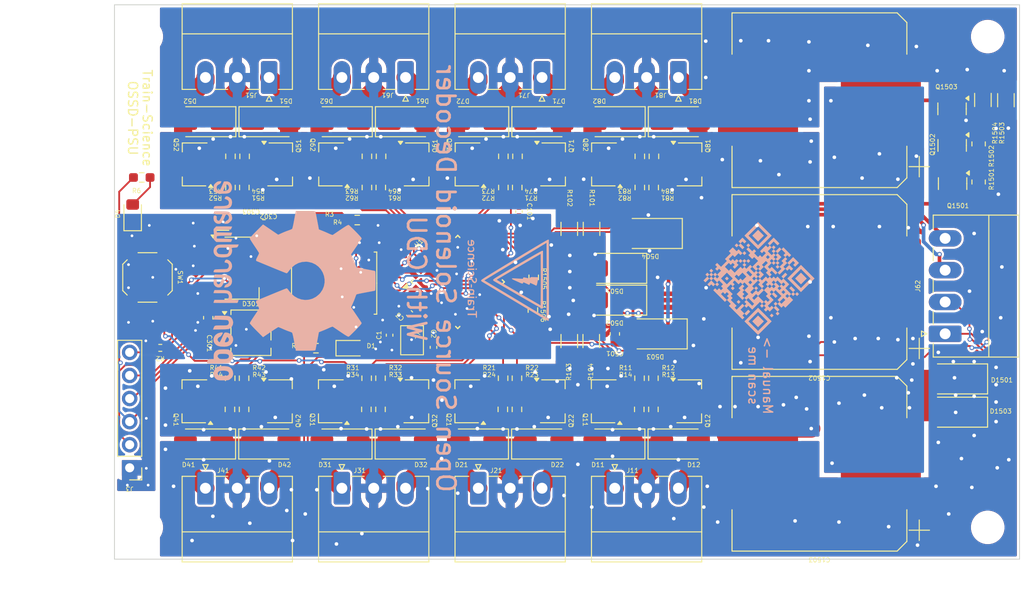
<source format=kicad_pcb>
(kicad_pcb (version 20240108) (generator "pcbnew") (generator_version "8.0")
  (layers (0 "F.Cu" signal) (31 "B.Cu" signal) (34 "B.Paste" user) (35 "F.Paste" user) (36 "B.SilkS" user "B.Silkscreen") (37 "F.SilkS" user "F.Silkscreen") (38 "B.Mask" user) (39 "F.Mask" user) (44 "Edge.Cuts" user))
  (net 0 "")
  (net 1 "GND")
  (net 2 "/uController/X1")
  (net 3 "/uController/X2")
  (net 4 "+5V")
  (net 5 "/DCC/B")
  (net 6 "GND2")
  (net 7 "/DCC/A")
  (net 8 "VCC")
  (net 9 "/mosfets1/A")
  (net 10 "/mosfets1/B")
  (net 11 "/mosfets2/A")
  (net 12 "/mosfets2/B")
  (net 13 "/mosfets3/A")
  (net 14 "/mosfets3/B")
  (net 15 "/mosfets4/A")
  (net 16 "/mosfets4/B")
  (net 17 "/mosfets5/A")
  (net 18 "/mosfets5/B")
  (net 19 "/mosfets6/A")
  (net 20 "/mosfets6/B")
  (net 21 "/mosfets7/A")
  (net 22 "/mosfets7/B")
  (net 23 "/mosfets8/A")
  (net 24 "/mosfets8/B")
  (net 25 "/uController/RESET")
  (net 26 "/DCC/DCC_TTL")
  (net 27 "/uController/LED")
  (net 28 "/POWER/1")
  (net 29 "/POWER/2")
  (net 30 "VCC_CAP")
  (net 31 "VCC_COILS")
  (net 32 "Net-(Q1501-B)")
  (net 33 "Net-(D1-K)")
  (net 34 "Net-(D301-+)")
  (net 35 "Net-(D31-A)")
  (net 36 "Net-(D32-A)")
  (net 37 "Net-(D41-A)")
  (net 38 "Net-(D42-A)")
  (net 39 "Net-(D51-A)")
  (net 40 "Net-(D52-A)")
  (net 41 "Net-(D61-A)")
  (net 42 "Net-(D62-A)")
  (net 43 "Net-(D71-A)")
  (net 44 "Net-(D72-A)")
  (net 45 "Net-(D81-A)")
  (net 46 "Net-(D82-A)")
  (net 47 "Net-(U3-EN)")
  (net 49 "Net-(Q1501-E)")
  (net 51 "Net-(SW1-A)")
  (net 52 "Net-(D22-A)")
  (net 53 "Net-(D21-A)")
  (net 54 "Net-(D12-A)")
  (net 55 "Net-(D11-A)")
  (net 56 "Net-(D4-A)")
  (net 57 "Net-(Q1502-E)")
  (net 58 "Net-(Q1502-B)")
  (net 59 "/CDU/chargeEnable")
  (net 60 "Net-(R1503-Pad2)")
  (net 61 "/CDU/coilVoltage")
  (net 62 "Net-(Q11-G)")
  (net 63 "Net-(Q12-G)")
  (net 64 "Net-(Q21-G)")
  (net 65 "Net-(Q22-G)")
  (net 66 "Net-(Q31-G)")
  (net 67 "Net-(Q32-G)")
  (net 68 "Net-(Q41-G)")
  (net 69 "Net-(Q42-G)")
  (net 70 "Net-(Q51-G)")
  (net 71 "Net-(Q52-G)")
  (net 72 "Net-(Q61-G)")
  (net 73 "Net-(Q62-G)")
  (net 74 "Net-(Q71-G)")
  (net 75 "Net-(Q72-G)")
  (net 76 "Net-(Q81-G)")
  (net 77 "Net-(Q82-G)")
  (footprint "LED_SMD:LED_0805_2012Metric_Pad1.15x1.40mm_HandSolder" (layer "F.Cu") (at 90.5 40 90)
    (property "Reference" "D4")
    (property "Value" "LED")
  )
  (footprint "Capacitor_SMD:C_1206_3216Metric_Pad1.33x1.80mm_HandSolder" (layer "F.Cu") (at 100.358 40.903)
    (property "Reference" "C303")
    (property "Value" "100uF")
  )
  (footprint "Package_TO_SOT_SMD:SOT-89-3" (layer "F.Cu") (at 97.286 60.6275 180)
    (property "Reference" "Q41")
    (property "Value" "TM10N06SI")
  )
  (footprint "custom_kicad_lib_sk:R_0603_smalltext" (layer "F.Cu") (at 102.806 33.676 -90)
    (property "Reference" "R53")
    (property "Value" "10k")
  )
  (footprint "Diode_SMD:D_SMA" (layer "F.Cu") (at 180.975 61.824 180)
    (property "Reference" "D1503")
    (property "Value" "D")
  )
  (footprint "custom_kicad_lib_sk:R_0603_smalltext" (layer "F.Cu") (at 101.194 61.5165 90)
    (property "Reference" "R43")
    (property "Value" "10k")
  )
  (footprint "custom_kicad_lib_sk:R_0603_smalltext" (layer "F.Cu") (at 132.806 33.676 -90)
    (property "Reference" "R73")
    (property "Value" "10k")
  )
  (footprint "custom_kicad_lib_sk:R_0603_smalltext" (layer "F.Cu") (at 146.194 61.5165 90)
    (property "Reference" "R13")
    (property "Value" "10k")
  )
  (footprint "Resistor_SMD:R_1206_3216Metric" (layer "F.Cu") (at 138.5 54 90)
    (property "Reference" "R103")
    (property "Value" "0R1")
  )
  (footprint "Resistor_SMD:R_1206_3216Metric" (layer "F.Cu") (at 140.913 54 90)
    (property "Reference" "R104")
    (property "Value" "0R1")
  )
  (footprint "Capacitor_SMD:CP_Elec_18x17.5" (layer "F.Cu") (at 166 47.5 180)
    (property "Reference" "C1502")
    (property "Value" "2200uF")
  )
  (footprint "Package_TO_SOT_SMD:SOT-89-3" (layer "F.Cu") (at 136.684 60.6275)
    (property "Reference" "Q22")
    (property "Value" "TM10N06SI")
  )
  (footprint "Package_TO_SOT_SMD:TO-269AA" (layer "F.Cu") (at 103.505 53.086)
    (property "Reference" "D301")
    (property "Value" "MB10S")
  )
  (footprint "custom_kicad_lib_sk:R_0603_smalltext" (layer "F.Cu") (at 131.253 37.105 90)
    (property "Reference" "R72")
    (property "Value" "22R")
  )
  (footprint "Capacitor_SMD:C_0402_1005Metric" (layer "F.Cu") (at 120.94595 50.982636 135)
    (property "Reference" "C3")
    (property "Value" "100nF")
  )
  (footprint "Diode_SMD:D_SMA" (layer "F.Cu") (at 143.302 65.3265 180)
    (property "Reference" "D11")
    (property "Value" "~")
  )
  (footprint "Resistor_SMD:R_1206_3216Metric" (layer "F.Cu") (at 140.947 41.656 -90)
    (property "Reference" "R101")
    (property "Value" "0R1")
  )
  (footprint "custom_kicad_lib_sk:R_0603_smalltext" (layer "F.Cu") (at 147.747 61.5165 90)
    (property "Reference" "R14")
    (property "Value" "10k")
  )
  (footprint "Package_TO_SOT_SMD:SOT-89-3" (layer "F.Cu") (at 151.714 34.565)
    (property "Reference" "Q81")
    (property "Value" "TM10N06SI")
  )
  (footprint "custom_kicad_lib_sk:R_0603_smalltext" (layer "F.Cu") (at 116.253 37.105 90)
    (property "Reference" "R62")
    (property "Value" "22R")
  )
  (footprint "Diode_SMD:D_SMA" (layer "F.Cu") (at 143.332 29.866 180)
    (property "Reference" "D82")
    (property "Value" "~")
  )
  (footprint "Package_TO_SOT_SMD:SOT-89-3" (layer "F.Cu") (at 136.714 34.565)
    (property "Reference" "Q71")
    (property "Value" "TM10N06SI")
  )
  (footprint "Package_QFP:TQFP-32_7x7mm_P0.8mm" (layer "F.Cu") (at 126.238 47.498 45)
    (property "Reference" "U1")
    (property "Value" "ATmega328-A")
  )
  (footprint "Package_TO_SOT_SMD:SOT-89-3" (layer "F.Cu") (at 142.286 60.6275 180)
    (property "Reference" "Q11")
    (property "Value" "TM10N06SI")
  )
  (footprint "Connector_Phoenix_MC:PhoenixContact_MC_1,5_3-G-3.5_1x03_P3.50mm_Horizontal" (layer "F.Cu") (at 120.5 25 180)
    (property "Reference" "J61")
    (property "Value" "~")
  )
  (footprint "custom_kicad_lib_sk:R_0603_smalltext" (layer "F.Cu") (at 131.194 61.5165 90)
    (property "Reference" "R23")
    (property "Value" "10k")
  )
  (footprint "custom_kicad_lib_sk:R_0603_smalltext" (layer "F.Cu") (at 147.806 33.676 -90)
    (property "Reference" "R83")
    (property "Value" "10k")
  )
  (footprint "Diode_SMD:D_SMA" (layer "F.Cu") (at 120.698 29.866)
    (property "Reference" "D61")
    (property "Value" "~")
  )
  (footprint "custom_kicad_lib_sk:R_0603_smalltext" (layer "F.Cu") (at 101.223 58.0875 -90)
    (property "Reference" "R41")
    (property "Value" "22R")
  )
  (footprint "Capacitor_SMD:C_0603_1608Metric_Pad1.08x0.95mm_HandSolder" (layer "F.Cu") (at 98.806 51.435 -90)
    (property "Reference" "C301")
    (property "Value" "330nF")
  )
  (footprint "Package_TO_SOT_SMD:SOT-89-3" (layer "F.Cu") (at 106.684 60.6275)
    (property "Reference" "Q42")
    (property "Value" "TM10N06SI")
  )
  (footprint "Package_TO_SOT_SMD:SOT-89-3" (layer "F.Cu") (at 121.684 60.6275)
    (property "Reference" "Q32")
    (property "Value" "TM10N06SI")
  )
  (footprint "Capacitor_SMD:C_0603_1608Metric_Pad1.08x0.95mm_HandSolder" (layer "F.Cu") (at 104.93 41.157 180)
    (property "Reference" "C302")
    (property "Value" "100nF")
  )
  (footprint "Package_TO_SOT_SMD:SOT-89-3" (layer "F.Cu") (at 121.714 34.565)
    (property "Reference" "Q61")
    (property "Value" "TM10N06SI")
  )
  (footprint "Connector_PinHeader_2.54mm:PinHeader_1x06_P2.54mm_Vertical" (layer "F.Cu") (at 90.17 67.945 180)
    (property "Reference" "J3")
    (property "Value" "ICSP")
  )
  (footprint "Diode_SMD:D_SMA" (layer "F.Cu") (at 143.5 49.5 180)
    (property "Reference" "D502")
    (property "Value" "D")
  )
  (footprint "custom_kicad_lib_sk:R_0603_smalltext" (layer "F.Cu") (at 131.223 58.0875 -90)
    (property "Reference" "R21")
    (property "Value" "22R")
  )
  (footprint "custom_kicad_lib_sk:R_0603_smalltext" (layer "F.Cu") (at 116.253 33.676 -90)
    (property "Reference" "R64")
    (property "Value" "10k")
  )
  (footprint "custom_kicad_lib_sk:R_0603_smalltext" (layer "F.Cu") (at 101.253 37.105 90)
    (property "Reference" "R52")
    (property "Value" "22R")
  )
  (footprint "custom_kicad_lib_sk:crystal_arduino" (layer "F.Cu") (at 121.214361 53.913047 -90)
    (property "Reference" "Y1")
    (property "Value" "Crystal_GND2")
  )
  (footprint "Diode_SMD:D_SMA" (layer "F.Cu") (at 98.332 29.866 180)
    (property "Reference" "D52")
    (property "Value" "~")
  )
  (footprint "MountingHole:MountingHole_3.2mm_M3" (layer "F.Cu") (at 184.5 20.5)
    (property "Reference" "REF**" (hide yes))
    (property "Value" "MountingHole_3.2mm_M3")
  )
  (footprint "custom_kicad_lib_sk:R_0603_smalltext" (layer "F.Cu") (at 132.747 58.0875 -90)
    (property "Reference" "R22")
    (property "Value" "22R")
  )
  (footprint "Package_TO_SOT_SMD:SOT-89-3" (layer "F.Cu") (at 151.684 60.6275)
    (property "Reference" "Q12")
    (property "Value" "TM10N06SI")
  )
  (footprint "Capacitor_SMD:C_0402_1005Metric_Pad0.74x0.62mm_HandSolder" (layer "F.Cu") (at 123.571361 54.691547 -90)
    (property "Reference" "C2")
    (property "Value" "12pF")
  )
  (footprint "Diode_SMD:D_SMA" (layer "F.Cu") (at 150.698 29.866)
    (property "Reference" "D81")
    (property "Value" "~")
  )
  (footprint "custom_kicad_lib_sk:R_0603_smalltext" (layer "F.Cu") (at 115.189 40.687)
    (property "Reference" "R4")
    (property "Value" "10k")
  )
  (footprint "MountingHole:MountingHole_3.2mm_M3" (layer "F.Cu") (at 92 20.5)
    (property "Reference" "REF**" (hide yes))
    (property "Value" "MountingHole_3.2mm_M3")
  )
  (footprint "Diode_SMD:D_SMA" (layer "F.Cu") (at 128.302 65.3265 180)
    (property "Reference" "D21")
    (property "Value" "~")
  )
  (footprint "Connector_Phoenix_MC:PhoenixContact_MC_1,5_3-G-3.5_1x03_P3.50mm_Horizontal" (layer "F.Cu") (at 128.5 70.1925)
    (property "Reference" "J21")
    (property "Value" "~")
  )
  (footprint "Diode_SMD:D_SMA" (layer "F.Cu") (at 120.668 65.3265)
    (property "Reference" "D32")
    (property "Value" "~")
  )
  (footprint "Button_Switch_SMD:SW_SPST_SKQG_WithStem" (layer "F.Cu") (at 92.13 47 -90)
    (property "Reference" "SW1")
    (property "Value" "SW_SPST")
  )
  (footprint "Package_TO_SOT_SMD:SOT-89-3" (layer "F.Cu") (at 112.316 34.565 180)
    (property "Reference" "Q62")
    (property "Value" "TM10N06SI")
  )
  (footprint "Capacitor_SMD:CP_Elec_18x17.5" (layer "F.Cu") (at 166 27.5 180)
    (property "Reference" "C1501" (hide yes))
    (property "Value" "2200uF")
  )
  (footprint "Diode_SMD:D_SMA" (layer "F.Cu") (at 105.698 29.866)
    (property "Reference" "D51")
    (property "Value" "~")
  )
  (footprint "custom_kicad_lib_sk:R_0603_smalltext" (layer "F.Cu") (at 117.747 58.0875 -90)
    (property "Reference" "R32")
    (property "Value" "22R")
  )
  (footprint "Connector_Phoenix_MC:PhoenixContact_MC_1,5_3-G-3.5_1x03_P3.50mm_Horizontal" (layer "F.Cu") (at 143.5 70.1925)
    (property "Reference" "J11")
    (property "Value" "~")
  )
  (footprint "Diode_SMD:D_SMA" (layer "F.Cu") (at 180.975 58.166 180)
    (property "Reference" "D1501")
    (property "Value" "D")
  )
  (footprint "Package_SO:SOP-8_6.62x9.15mm_P2.54mm" (layer "F.Cu") (at 112.649 47.625 90)
    (property "Reference" "U3")
    (property "Value" "6N137")
  )
  (footprint "Package_TO_SOT_SMD:SOT-23" (layer "F.Cu") (at 180.592 32.473 -90)
    (property "Reference" "Q1502")
    (property "Value" "NPN_TOR")
  )
  (footprint "Package_TO_SOT_SMD:SOT-89-3" (layer "F.Cu") (at 142.316 34.565 180)
    (property "Reference" "Q82")
    (property "Value" "TM10N06SI")
  )
  (footprint "Diode_SMD:D_SMA" (layer "F.Cu") (at 113.302 65.3265 180)
    (property "Reference" "D31")
    (property "Value" "~")
  )
  (footprint "custom_kicad_lib_sk:R_0603_smalltext" (layer "F.Cu") (at 134.5875 46.99 -90)
    (property "Reference" "R1505")
    (property "Value" "47k")
  )
  (footprint "Package_TO_SOT_SMD:SOT-89-3" (layer "F.Cu") (at 127.286 60.6275 180)
    (property "Reference" "Q21")
    (property "Value" "TM10N06SI")
  )
  (footprint "custom_kicad_lib_sk:R_0603_smalltext" (layer "F.Cu") (at 132.747 61.5165 90)
    (property "Reference" "R24")
    (property "Value" "10k")
  )
  (footprint "MountingHole:MountingHole_3.2mm_M3" (layer "F.Cu") (at 92 74.5)
    (property "Reference" "REF**" (hide yes))
    (property "Value" "MountingHole_3.2mm_M3")
  )
  (footprint "Connector_Phoenix_MC:PhoenixContact_MC_1,5_3-G-3.5_1x03_P3.50mm_Horizontal" (layer "F.Cu") (at 98.5 70.1925)
    (property "Reference" "J41")
    (property "Value" "~")
  )
  (footprint "Capacitor_SMD:CP_Elec_18x17.5" (layer "F.Cu") (at 166 67.5 180)
    (property "Reference" "C1503")
    (property "Value" "2200uF")
  )
  (footprint "Diode_SMD:D_SMA" (layer "F.Cu") (at 143.5 46 180)
    (property "Reference" "D501")
    (property "Value" "D")
  )
  (footprint "Resistor_SMD:R_1206_3216Metric" (layer "F.Cu") (at 138.5 41.656 -90)
    (property "Reference" "R102")
    (property "Value" "0R1")
  )
  (footprint "Connector_Phoenix_MC:PhoenixContact_MC_1,5_4-G-3.5_1x04_P3.50mm_Horizontal" (layer "F.Cu") (at 179.8205 53.201 90)
    (property "Reference" "J62")
    (property "Value" "Screw_Terminal_01x04")
  )
  (footprint "Resistor_SMD:R_1206_3216Metric" (layer "F.Cu") (at 186.5 27.5 -90)
    (property "Reference" "R1503")
    (property "Value" "1R")
  )
  (footprint "custom_kicad_lib_sk:R_0603_smalltext" (layer "F.Cu") (at 117.806 33.676 -90)
    (property "Reference" "R63")
    (property "Value" "10k")
  )
  (footprint "Package_TO_SOT_SMD:SOT-89-3" (layer "F.Cu") (at 106.714 34.565)
    (property "Reference" "Q51")
    (property "Value" "TM10N06SI")
  )
  (footprint "Diode_SMD:D_SMA" (layer "F.Cu") (at 105.668 65.3265)
    (property "Reference" "D42")
    (property "Value" "~")
  )
  (footprint "Diode_SMD:D_SMA" (layer "F.Cu") (at 113.332 29.866 180)
    (property "Reference" "D62")
    (property "Value" "~")
  )
  (footprint "Diode_SMD:D_SOD-323" (layer "F.Cu") (at 114.461 54.784)
    (property "Reference" "D1")
    (property "Value" "D")
  )
  (footprint "Capacitor_SMD:C_0402_1005Metric" (layer "F.Cu") (at 132.969 39.751 -90)
    (property "Reference" "C101")
    (property "Value" "100nF")
  )
  (footprint "custom_kicad_lib_sk:R_0603_smalltext" (layer "F.Cu") (at 131.253 33.676 -90)
    (property "Reference" "R74")
    (property "Value" "10k")
  )
  (footprint "Package_TO_SOT_SMD:SOT-23" (layer "F.Cu") (at 180.64 36.6755 -90)
    (property "Reference" "Q1501")
    (property "Value" "NPN_TOR")
  )
  (footprint "Connector_Phoenix_MC:PhoenixContact_MC_1,5_3-G-3.5_1x03_P3.50mm_Horizontal" (layer "F.Cu") (at 150.5 25 180)
    (property "Reference" "J81")
    (property "Value" "~")
  )
  (footprint "Capacitor_SMD:C_0603_1608Metric_Pad1.08x0.95mm_HandSolder" (layer "F.Cu") (at 143.51 53.213 90)
    (property "Reference" "C501")
    (property "Value" "100nF")
  )
  (footprint "Diode_SMD:D_SMA" (layer "F.Cu") (at 135.668 65.3265)
    (property "Reference" "D22")
    (property "Value" "~")
  )
  (footprint "Diode_SMD:D_SMA" (layer "F.Cu") (at 147.955 53.213 180)
    (property "Reference" "D503")
    (property "Value" "D")
  )
  (footprint "Resistor_SMD:R_0402_1005Metric_Pad0.72x0.64mm_HandSolder" (layer "F.Cu") (at 93.536 54.749 180)
    (property "Reference" "R2")
    (property "Value" "10k")
  )
  (footprint "Diode_SMD:D_SMA" (layer "F.Cu") (at 98.302 65.3265 180)
    (property "Reference" "D41")
    (property "Value" "~")
  )
  (footprint "Capacitor_SMD:C_0402_1005Metric_Pad0.74x0.62mm_HandSolder" (layer "F.Cu") (at 118.745361 53.354047 90)
    (property "Reference" "C1")
    (property "Value" "12pF")
  )
  (footprint "Package_TO_SOT_SMD:SOT-89-3" (layer "F.Cu") (at 127.316 34.565 180)
    (property "Reference" "Q72")
    (property "Value" "TM10N06SI")
  )
  (footprint "custom_kicad_lib_sk:R_0603_smalltext" (layer "F.Cu") (at 146.253 37.105 90)
    (property "Reference" "R82")
    (property "Value" "22R")
  )
  (footprint "custom_kicad_lib_sk:R_0805_handsolder-smalltext" (layer "F.Cu") (at 183.5 36.5 90)
    (property "Reference" "R1501")
    (property "Value" "10k")
  )
  (footprint "custom_kicad_lib_sk:R_0603_smalltext" (layer "F.Cu") (at 101.253 33.676 -90)
    (property "Reference" "R54")
    (property "Value" "10k")
  )
  (footprint "Package_TO_SOT_SMD:SOT-223-3_TabPin2" (layer "F.Cu") (at 102.489 45.974)
    (property "Reference" "U301")
    (property "Value" "AMS1117-5.0")
  )
  (footprint "Package_TO_SOT_SMD:SOT-23" (layer "F.Cu") (at 180.579 28.4505 -90)
    (property "Reference" "Q1503")
    (property "Value" "NPN_TOR")
  )
  (footprint "custom_kicad_lib_sk:R_0603_smalltext" (layer "F.Cu") (at 146.223 58.0875 -90)
    (property "Reference" "R11")
    (property "Value" "22R")
  )
  (footprint "custom_kicad_lib_sk:R_0805_handsolder-smalltext" (layer "F.Cu") (at 183.5 32.309 90)
    (property "Reference" "R1502")
    (property "Value" "1k")
  )
  (footprint "Diode_SMD:D_SMA" (layer "F.Cu") (at 147.415 42.164 180)
    (property "Reference" "D504")
    (property "Value" "D")
  )
  (footprint "custom_kicad_lib_sk:R_0603_smalltext" (layer "F.Cu") (at 102.747 58.0875 -90)
    (property "Reference" "R42")
    (property "Value" "22R")
  )
  (footprint "custom_kicad_lib_sk:R_0603_smalltext" (layer "F.Cu") (at 102.747 61.5165 90)
    (property "Reference" "R44")
    (property "Value" "10k")
  )
  (footprint "custom_kicad_lib_sk:R_0603_smalltext" (layer "F.Cu") (at 116.194 61.5165 90)
    (property "Reference" "R33")
    (property "Value" "10k")
  )
  (footprint "custom_kicad_lib_sk:R_0603_smalltext" (layer "F.Cu") (at 109.855 40.687)
    (property "Reference" "R3")
    (property "Value" "10k")
  )
  (footprint "custom_kicad_lib_sk:R_0603_smalltext" (layer "F.Cu") (at 117.747 61.5165 90)
    (property "Reference" "R34")
    (property "Value" "10k")
  )
  (footprint "custom_kicad_lib_sk:R_0603_smalltext" (layer "F.Cu") (at 102.777 37.105 90)
    (property "Reference" "R51")
    (property "Value" "22R")
  )
  (footprint "Resistor_SMD:R_1206_3216Metric" (layer "F.Cu") (at 183.971 27.4725 90)
    (property "Reference" "R1504")
    (property "Value" "1R")
  )
  (footprint "custom_kicad_lib_sk:R_0603_smalltext" (layer "F.Cu") (at 134.5 50.5875 -90)
    (property "Reference" "R1506")
    (property "Value" "10k")
  )
  (footprint "Diode_SMD:D_SMA" (layer "F.Cu") (at 150.668 65.3265)
    (property "Reference" "D12")
    (property "Value" "~")
  )
  (footprint "Resistor_SMD:R_0603_1608Metric_Pad0.98x0.95mm_HandSolder" (layer "F.Cu") (at 91.5 36)
    (property "Reference" "R6")
    (property "Value" "6k2")
  )
  (footprint "Connector_Phoenix_MC:PhoenixContact_MC_1,5_3-G-3.5_1x03_P3.50mm_Horizontal" (layer "F.Cu") (at 135.5 25 180)
    (property "Reference" "J71")
    (property "Value" "~")
  )
  (footprint "custom_kicad_lib_sk:R_0603_smalltext" (layer "F.Cu") (at 146.253 33.676 -90)
    (property "Reference" "R84")
    (property "Value" "10k")
  )
  (footprint "Diode_SMD:D_SMA" (layer "F.Cu") (at 128.332 29.866 180)
    (property "Reference" "D72")
    (property "Value" "~")
  )
  (footprint "MountingHole:MountingHole_3.2mm_M3" (layer "F.Cu") (at 184.5 74.5)
    (property "Reference" "REF**" (hide yes))
    (property "Value" "MountingHole_3.2mm_M3")
  )
  (footprint "custom_kicad_lib_sk:R_0603_smalltext" (layer "F.Cu") (at 147.777 37.105 90)
    (property "Reference" "R81")
    (property "Value" "22R")
  )
  (footprint "custom_kicad_lib_sk:R_0603_smalltext" (layer "F.Cu") (at 132.777 37.105 90)
    (property "Reference" "R71")
    (property "Value" "22R")
  )
  (footprint "Package_TO_SOT_SMD:SOT-89-3" (layer "F.Cu") (at 97.316 34.565 180)
    (property "Reference" "Q52")
    (property "Value" "TM10N06SI")
  )
  (footprint "custom_kicad_lib_sk:R_0603_smalltext" (layer "F.Cu") (at 110.651 54.784)
    (property "Reference" "R5")
    (property "Value" "1k5")
  )
  (footprint "custom_kicad_lib_sk:R_0603_smalltext" (layer "F.Cu") (at 117.777 37.105 90)
    (property "Reference" "R61")
    (property "Value" "22R")
  )
  (footprint "Connector_Phoenix_MC:PhoenixContact_MC_1,5_3-G-3.5_1x03_P3.50mm_Horizontal" (layer "F.Cu") (at 105.5 25 180)
    (property "Reference" "J51")
    (property "Value" "~")
  )
  (footprint "Connector_Phoenix_MC:PhoenixContact_MC_1,5_3-G-3.5_1x03_P3.50mm_Horizontal" (layer "F.Cu") (at 113.5 70.1925)
    (property "Reference" "J31")
    (property "Value" "~")
  )
  (footprint "custom_kicad_lib_sk:R_0603_smalltext" (layer "F.Cu") (at 116.223 58.0875 -90)
    (property "Reference" "R31")
    (property "Value" "22R")
  )
  (footprint "custom_kicad_lib_sk:R_0603_smalltext" (layer "F.Cu") (at 147.747 58.0875 -90)
    (property "Reference" "R12")
    (property "Value" "22R")
  )
  (footprint "Diode_SMD:D_SMA" (layer "F.Cu") (at 135.698 29.866)
    (property "Reference" "D71")
    (property "Value" "~")
  )
  (footprint "Package_TO_SOT_SMD:SOT-89-3" (layer "F.Cu") (at 112.286 60.6275 180)
    (property "Reference" "Q31")
    (property "Value" "TM10N06SI")
  )
  (footprint "custom_kicad_lib_sk:Train-Science logo small" (layer "B.Cu") (at 131.699 47.244 90)
    (property "Reference" "G***" (hide yes))
    (property "Value" "LOGO" (hide yes))
  )
  (footprint "custom_kicad_lib_sk:OSSD_QR" (layer "B.Cu") (at 159.258 47.117 135)
    (property "Reference" "G***" (hide yes))
    (property "Value" "LOGO" (hide yes))
  )
  (footprint "Symbol:OSHW-Logo2_24.3x20mm_SilkScreen" (layer "B.Cu") (at 107.95 47.371 90)
    (property "Reference" "REF**" (hide yes))
    (property "Value" "OSHW-Logo2_24.3x20mm_SilkScreen" (hide yes))
  )
  (gr_rect (start 88.5 17) (end 188 78) (stroke (width 0.1)) (fill none) (layer "Edge.Cuts"))
  (gr_text "Manual ->\nscan me" (at 158.115 57.785 270) (layer "B.SilkS") (effects (font (size 1 1)) (justify bottom mirror)))
  (gr_text "Open Source Solenoid Decoder\nWith CDU" (at 120.523 47.117 270) (layer "B.SilkS") (effects (font (size 2 2) (thickness 0.3)) (justify bottom mirror)))
  (gr_text "Train-Science\nOSSD-PSU" (at 89.916 29.464 270) (layer "F.SilkS") (effects (font (size 1 1)) (justify bottom)))
  (segment (start 123.571361 54.124047) (end 123.475361 54.124047) (width 0.4) (layer "F.Cu") (net 1))
  (segment (start 122.384268 49.654676) (end 121.395719 50.643225) (width 0.2) (layer "F.Cu") (net 1))
  (segment (start 143.51 52.3505) (end 142.5625 53.298) (width 0.5) (layer "F.Cu") (net 1))
  (segment (start 143.51 52.3505) (end 142.2665 52.3505) (width 0.5) (layer "F.Cu") (net 1))
  (segment (start 120.264361 54.741639) (end 121.158 53.848) (width 0.2) (layer "F.Cu") (net 1))
  (segment (start 123.475361 54.124047) (end 122.164361 52.813047) (width 0.4) (layer "F.Cu") (net 1))
  (segment (start 122.164361 52.841639) (end 121.158 53.848) (width 0.2) (layer "F.Cu") (net 1))
  (segment (start 123.571 53.086) (end 122.936 53.721) (width 0.4) (layer "F.Cu") (net 1))
  (segment (start 142.5625 53.298) (end 142.071 53.298) (width 0.5) (layer "F.Cu") (net 1))
  (segment (start 128.960361 44.209953) (end 129.609314 43.561) (width 0.2) (layer "F.Cu") (net 1))
  (segment (start 121.395719 50.643225) (end 120.606539 50.643225) (width 0.2) (layer "F.Cu") (net 1))
  (segment (start 142.2665 52.3505) (end 142.24 52.324) (width 0.5) (layer "F.Cu") (net 1))
  (segment (start 142.071 53.298) (end 141.3105 52.5375) (width 0.5) (layer "F.Cu") (net 1))
  (segment (start 129.609314 43.561) (end 130.175 43.561) (width 0.2) (layer "F.Cu") (net 1))
  (via (at 90.424 42.418) (size 0.5) (drill 0.3) (layers "F.Cu" "B.Cu") (net 1))
  (via (at 92.71 51.816) (size 0.5) (drill 0.3) (layers "F.Cu" "B.Cu") (net 1))
  (via (at 97.663 51.943) (size 0.5) (drill 0.3) (layers "F.Cu" "B.Cu") (net 1))
  (via (at 89.916 69.85) (size 0.5) (drill 0.3) (layers "F.Cu" "B.Cu") (net 1))
  (via (at 100.457 40.894) (size 0.5) (drill 0.3) (layers "F.Cu" "B.Cu") (net 1))
  (via (at 101.854 42.672) (size 0.5) (drill 0.3) (layers "F.Cu" "B.Cu") (net 1))
  (via (at 138.938 49.53) (size 0.8) (drill 0.4) (layers "F.Cu" "B.Cu") (net 1))
  (via (at 128.651 48.895) (size 0.5) (drill 0.3) (layers "F.Cu" "B.Cu") (net 1))
  (via (at 123.317 48.768) (size 0.5) (drill 0.3) (layers "F.Cu" "B.Cu") (net 1))
  (via (at 125.984 51.054) (size 0.5) (drill 0.3) (layers "F.Cu" "B.Cu") (net 1))
  (via (at 117.602 43.18) (size 0.5) (drill 0.3) (layers "F.Cu" "B.Cu") (net 1))
  (via (at 117.983 51.689) (size 0.5) (drill 0.3) (layers "F.Cu" "B.Cu") (net 1))
  (via (at 95.25 46.101) (size 0.5) (drill 0.3) (layers "F.Cu" "B.Cu") (net 1))
  (via (at 119.761 50.165) (size 0.5) (drill 0.3) (layers "F.Cu" "B.Cu") (net 1))
  (via (at 138.557 48.133) (size 0.8) (drill 0.4) (layers "F.Cu" "B.Cu") (net 1))
  (via (at 127.254 50.419) (size 0.5) (drill 0.3) (layers "F.Cu" "B.Cu") (net 1))
  (via (at 133.096 41.275) (size 0.8) (drill 0.4) (layers "F.Cu" "B.Cu") (net 1))
  (via (at 92 68) (size 0.5) (drill 0.3) (layers "F.Cu" "B.Cu") (net 1))
  (via (at 121.158 53.848) (size 0.5) (drill 0.3) (layers "F.Cu" "B.Cu") (net 1))
  (via (at 115.443 43.18) (size 0.5) (drill 0.3) (layers "F.Cu" "B.Cu") (net 1))
  (via (at 101.854 54.483) (size 0.5) (drill 0.3) (layers "F.Cu" "B.Cu") (net 1))
  (via (at 123.571 53.086) (size 0.5) (drill 0.3) (layers "F.Cu" "B.Cu") (net 1))
  (via (at 117.729 54.102) (size 0.5) (drill 0.3) (layers "F.Cu" "B.Cu") (net 1))
  (via (at 117.221 54.864) (size 0.5) (drill 0.3) (layers "F.Cu" "B.Cu") (net 1))
  (via (at 97.282 43.561) (size 0.5) (drill 0.3) (layers "F.Cu" "B.Cu") (net 1))
  (via (at 100.965 43.815) (size 0.5) (drill 0.3) (layers "F.Cu" "B.Cu") (net 1))
  (via (at 92.329 41.275) (size 0.5) (drill 0.3) (layers "F.Cu" "B.Cu") (net 1))
  (via (at 136.271 51.308) (size 0.8) (drill 0.4) (layers "F.Cu" "B.Cu") (net 1))
  (via (at 132.588 45.339) (size 0.8) (drill 0.4) (layers "F.Cu" "B.Cu") (net 1))
  (via (at 126.238 43.688) (size 0.5) (drill 0.3) (layers "F.Cu" "B.Cu") (net 1))
  (via (at 103.505 44.704) (size 0.5) (drill 0.3) (layers "F.Cu" "B.Cu") (net 1))
  (via (at 138.43 51.054) (size 0.8) (drill 0.4) (layers "F.Cu" "B.Cu") (net 1))
  (via (at 102.997 52.705) (size 0.5) (drill 0.3) (layers "F.Cu" "B.Cu") (net 1))
  (via (at 118.999 54.991) (size 0.5) (drill 0.3) (layers "F.Cu" "B.Cu") (net 1))
  (via (at 97.155 45.72) (size 0.5) (drill 0.3) (layers "F.Cu" "B.Cu") (net 1))
  (via (at 115.062 52.451) (size 0.5) (drill 0.3) (layers "F.Cu" "B.Cu") (net 1))
  (via (at 97.663 48.768) (size 0.5) (drill 0.3) (layers "F.Cu" "B.Cu") (net 1))
  (via (at 131.191 43.942) (size 0.8) (drill 0.4) (layers "F.Cu" "B.Cu") (net 1))
  (via (at 136.398 52.705) (size 0.8) (drill 0.4) (layers "F.Cu" "B.Cu") (net 1))
  (via (at 90.043 48.133) (size 0.5) (drill 0.3) (layers "F.Cu" "B.Cu") (net 1))
  (via (at 91.948 53.975) (size 0.5) (drill 0.3) (layers "F.Cu" "B.Cu") (net 1))
  (via (at 124.46 49.784) (size 0.5) (drill 0.3) (layers "F.Cu" "B.Cu") (net 1))
  (via (at 134.493 40.513) (size 0.8) (drill 0.4) (layers "F.Cu" "B.Cu") (net 1))
  (via (at 119.761 51.181) (size 0.5) (drill 0.3) (layers "F.Cu" "B.Cu") (net 1))
  (via (at 90.043 45.593) (size 0.5) (drill 0.3) (layers "F.Cu" "B.Cu") (net 1))
  (via (at 136.525 43.434) (size 0.8) (drill 0.4) (layers "F.Cu" "B.Cu") (net 1))
  (via (at 133.223 48.641) (size 0.8) (drill 0.4) (layers "F.Cu" "B.Cu") (net 1))
  (via (at 138.557 46.355) (size 0.8) (drill 0.4) (layers "F.Cu" "B.Cu") (net 1))
  (via (at 138.557 44.577) (size 0.8) (drill 0.4) (layers "F.Cu" "B.Cu") (net 1))
  (via (at 117.475 41.275) (size 0.5) (drill 0.3) (layers "F.Cu" "B.Cu") (net 1))
  (via (at 120.015 43.942) (size 0.5) (drill 0.3) (layers "F.Cu" "B.Cu") (net 1))
  (via (at 92.71 46.99) (size 0.5) (drill 0.3) (layers "F.Cu" "B.Cu") (net 1))
  (via (at 123.952 46.228) (size 0.5) (drill 0.3) (layers "F.Cu" "B.Cu") (net 1))
  (via (at 116.459 45.085) (size 0.5) (drill 0.3) (layers "F.Cu" "B.Cu") (net 1))
  (via (at 99.06 54.737) (size 0.5) (drill 0.3) (layers "F.Cu" "B.Cu") (net 1))
  (via (at 90.043 51.943) (size 0.5) (drill 0.3) (layers "F.Cu" "B.Cu") (net 1))
  (via (at 141.224 51.181) (size 0.8) (drill 0.4) (layers "F.Cu" "B.Cu") (net 1))
  (via (at 97.409 52.832) (size 0.5) (drill 0.3) (layers "F.Cu" "B.Cu") (net 1))
  (via (at 141.351 44.45) (size 0.8) (drill 0.4) (layers "F.Cu" "B.Cu") (net 1))
  (via (at 92 62.5) (size 0.5) (drill 0.3) (layers "F.Cu" "B.Cu") (net 1))
  (via (at 114.808 50.292) (size 0.5) (drill 0.3) (layers "F.Cu" "B.Cu") (net 1))
  (via (at 127.762 45.212) (size 0.5) (drill 0.3) (layers "F.Cu" "B.Cu") (net 1))
  (via (at 126.111 46.609) (size 0.5) (drill 0.3) (layers "F.Cu" "B.Cu") (net 1))
  (via (at 97.155 41.021) (size 0.5) (drill 0.3) (layers "F.Cu" "B.Cu") (net 1))
  (via (at 92.202 69.85) (size 0.5) (drill 0.3) (layers "F.Cu" "B.Cu") (net 1))
  (via (at 130.81 40.767) (size 0.8) (drill 0.4) (layers "F.Cu" "B.Cu") (net 1))
  (via (at 104.14 42.418) (size 0.5) (drill 0.3) (layers "F.Cu" "B.Cu") (net 1))
  (segment (start 122.987003 51.813047) (end 123.585828 52.411872) (width 0.2) (layer "F.Cu") (net 2))
  (segment (start 120.615831 52.813047) (end 121.615831 51.813047) (width 0.2) (layer "F.Cu") (net 2))
  (segment (start 123.585828 52.411872) (end 124.152555 52.411872) (width 0.2) (layer "F.Cu") (net 2))
  (segment (start 120.264361 52.813047) (end 118.771861 52.813047) (width 0.2) (layer "F.Cu") (net 2))
  (segment (start 121.615831 51.813047) (end 122.987003 51.813047) (width 0.2) (layer "F.Cu") (net 2))
  (segment (start 124.841 52.854798) (end 124.841 53.989408) (width 0.2) (layer "F.Cu") (net 3))
  (segment (start 123.571361 55.259047) (end 122.410361 55.259047) (width 0.2) (layer "F.Cu") (net 3))
  (segment (start 124.841 53.989408) (end 123.571361 55.259047) (width 0.2) (layer "F.Cu") (net 3))
  (segment (start 124.841 49.022) (end 124.148314 49.022) (width 0.2) (layer "F.Cu") (net 4))
  (segment (start 116.704 49.14) (end 119.295 51.731) (width 0.2) (layer "F.Cu") (net 4))
  (segment (start 99.339 45.974) (end 98.039 44.674) (width 0.2) (layer "F.Cu") (net 4))
  (segment (start 116.704 49.14) (end 113.538 49.14) (width 0.2) (layer "F.Cu") (net 4))
  (segment (start 125.349 50.165) (end 125.349 49.53) (width 0.2) (layer "F.Cu") (net 4))
  (segment (start 121.848267 51.322047) (end 122.949953 50.220361) (width 0.2) (layer "F.Cu") (net 4))
  (segment (start 89.02 64.255) (end 90.17 65.405) (width 0.2) (layer "F.Cu") (net 4))
  (segment (start 126.111 48.768) (end 127.127 48.768) (width 0.2) (layer "F.Cu") (net 4))
  (segment (start 113.5015 39.912) (end 109.7175 39.912) (width 0.2) (layer "F.Cu") (net 4))
  (segment (start 113.411 46.04) (end 110.937 46.04) (width 0.2) (layer "F.Cu") (net 4))
  (segment (start 98.039 41.6595) (end 98.7955 40.903) (width 0.2) (layer "F.Cu") (net 4))
  (segment (start 121.285361 51.322047) (end 120.876408 51.731) (width 0.2) (layer "F.Cu") (net 4))
  (segment (start 106.252 43.1) (end 108.839 43.1) (width 0.2) (layer "F.Cu") (net 4))
  (segment (start 99.339 45.974) (end 105.639 45.974) (width 0.2) (layer "F.Cu") (net 4))
  (segment (start 130.657417 45.90701) (end 129.743427 46.821) (width 0.2) (layer "F.Cu") (net 4))
  (segment (start 125.349 49.53) (end 124.841 49.022) (width 0.2) (layer "F.Cu") (net 4))
  (segment (start 89.02 57.308654) (end 89.02 64.255) (width 0.2) (layer "F.Cu") (net 4))
  (segment (start 106.2625 40.687) (end 105.7925 41.157) (width 0.2) (layer "F.Cu") (net 4))
  (segment (start 120.876408 51.731) (end 119.295 51.731) (width 0.2) (layer "F.Cu") (net 4))
  (segment (start 105.639 43.713) (end 106.252 43.1) (width 0.2) (layer "F.Cu") (net 4))
  (segment (start 114.2765 40.687) (end 113.5015 39.912) (width 0.2) (layer "F.Cu") (net 4))
  (segment (start 108.9425 40.687) (end 106.2625 40.687) (width 0.2) (layer "F.Cu") (net 4))
  (segment (start 98.039 44.674) (end 98.039 41.6595) (width 0.2) (layer "F.Cu") (net 4))
  (segment (start 109.7175 39.912) (end 108.9425 40.687) (width 0.2) (layer "F.Cu") (net 4))
  (segment (start 129.743427 46.821) (end 127.381 46.821) (width 0.2) (layer "F.Cu") (net 4))
  (segment (start 92.2475 56.635) (end 89.693654 56.635) (width 0.2) (layer "F.Cu") (net 4))
  (segment (start 124.162268 51.351732) (end 125.349 50.165) (width 0.2) (layer "F.Cu") (net 4))
  (segment (start 110.937 46.04) (end 108.839 43.942) (width 0.2) (layer "F.Cu") (net 4))
  (segment (start 124.148314 49.022) (end 122.949953 50.220361) (width 0.2) (layer "F.Cu") (net 4))
  (segment (start 94.251 54.749) (end 97 52) (width 0.2) (layer "F.Cu") (net 4))
  (segment (start 97 52) (end 97 48) (width 0.2) (layer "F.Cu") (net 4))
  (segment (start 105.639 45.974) (end 105.639 43.713) (width 0.2) (layer "F.Cu") (net 4))
  (segment (start 125.349 49.53) (end 126.111 48.768) (width 0.2) (layer "F.Cu") (net 4))
  (segment (start 97 48) (end 99.026 45.974) (width 0.2) (layer "F.Cu") (net 4))
  (segment (start 121.285361 51.322047) (end 121.848267 51.322047) (width 0.2) (layer "F.Cu") (net 4))
  (segment (start 94.1335 54.749) (end 92.2475 56.635) (width 0.2) (layer "F.Cu") (net 4))
  (segment (start 89.693654 56.635) (end 89.02 57.308654) (width 0.2) (layer "F.Cu") (net 4))
  (segment (start 108.839 43.1) (end 108.839 40.7905) (width 0.2) (layer "F.Cu") (net 4))
  (via (at 113.538 49.14) (size 0.5) (drill 0.3) (layers "F.Cu" "B.Cu") (net 4))
  (via (at 113.411 46.04) (size 0.5) (drill 0.3) (layers "F.Cu" "B.Cu") (net 4))
  (via (at 127.127 48.768) (size 0.5) (drill 0.3) (layers "F.Cu" "B.Cu") (net 4))
  (via (at 127.381 46.821) (size 0.5) (drill 0.3) (layers "F.Cu" "B.Cu") (net 4))
  (segment (start 127.127 47.075) (end 127.381 46.821) (width 0.2) (layer "B.Cu") (net 4))
  (segment (start 113.538 46.167) (end 113.411 46.04) (width 0.2) (layer "B.Cu") (net 4))
  (segment (start 127.127 48.768) (end 127.127 47.075) (width 0.2) (layer "B.Cu") (net 4))
  (segment (start 113.538 49.14) (end 113.538 46.167) (width 0.2) (layer "B.Cu") (net 4))
  (segment (start 114.542 55.753) (end 110.871 55.753) (width 0.2) (layer "F.Cu") (net 5))
  (segment (start 110.871 55.753) (end 109.747 56.877) (width 0.2) (layer "F.Cu") (net 5))
  (segment (start 182.493552 52.651) (end 182.493552 51.429552) (width 0.2) (layer "F.Cu") (net 5))
  (segment (start 109.747 56.877) (end 109.747 70.700314) (width 0.2) (layer "F.Cu") (net 5))
  (segment (start 182.493552 51.429552) (end 180.765 49.701) (width 0.2) (layer "F.Cu") (net 5))
  (segment (start 174.078314 76.435) (end 186.417 64.096314) (width 0.2) (layer "F.Cu") (net 5))
  (segment (start 184.599314 55.665) (end 184.365 55.430685) (width 0.2) (layer "F.Cu") (net 5))
  (segment (start 186.417 64.096314) (end 186.417 56.299686) (width 0.2) (layer "F.Cu") (net 5))
  (segment (start 182.746723 53.812409) (end 182.534591 53.812409) (width 0.2) (layer "F.Cu") (net 5))
  (segment (start 184.365 55.430685) (end 182.746723 53.812409) (width 0.2) (layer "F.Cu") (net 5))
  (segment (start 115.511 54.784) (end 114.542 55.753) (width 0.2) (layer "F.Cu") (net 5))
  (segment (start 106.58 51.816) (end 107.721 50.675) (width 0.2) (layer "F.Cu") (net 5))
  (segment (start 115.481686 76.435) (end 174.078314 76.435) (width 0.2) (layer "F.Cu") (net 5))
  (segment (start 185.782314 55.665) (end 184.599314 55.665) (width 0.2) (layer "F.Cu") (net 5))
  (segment (start 113.159 50.675) (end 113.919 51.435) (width 0.2) (layer "F.Cu") (net 5))
  (segment (start 107.721 50.675) (end 113.159 50.675) (width 0.2) (layer "F.Cu") (net 5))
  (segment (start 109.747 70.700314) (end 115.481686 76.435) (width 0.2) (layer "F.Cu") (net 5))
  (segment (start 115.511 54.678) (end 113.919 53.086) (width 0.2) (layer "F.Cu") (net 5))
  (segment (start 186.417 56.299686) (end 185.782314 55.665) (width 0.2) (layer "F.Cu") (net 5))
  (via (at 182.534591 53.812409) (size 0.5) (drill 0.3) (layers "F.Cu" "B.Cu") (net 5))
  (via (at 182.493552 52.651) (size 0.5) (drill 0.3) (layers "F.Cu" "B.Cu") (net 5))
  (segment (start 182.534591 53.812409) (end 182.534591 52.692039) (width 0.2) (layer "B.Cu") (net 5))
  (segment (start 182.534591 52.692039) (end 182.493552 52.651) (width 0.2) (layer "B.Cu") (net 5))
  (segment (start 162.433 64.516) (end 162.433 61.087) (width 2) (layer "F.Cu") (net 6))
  (segment (start 159.449 67.5) (end 162.687 64.262) (width 2) (layer "F.Cu") (net 6))
  (segment (start 131.55613 44.84687) (end 132.08 44.323) (width 0.2) (layer "F.Cu") (net 6))
  (segment (start 158.94 67.5) (end 155.702 64.262) (width 2) (layer "F.Cu") (net 6))
  (segment (start 132.08 41.529) (end 132.08 39.37) (width 0.2) (layer "F.Cu") (net 6))
  (segment (start 163.123 63.627) (end 159.25 67.5) (width 2) (layer "F.Cu") (net 6))
  (segment (start 165.1 63.627) (end 163.123 63.627) (width 2) (layer "F.Cu") (net 6))
  (segment (start 130.586186 44.84687) (end 131.55613 44.84687) (width 0.2) (layer "F.Cu") (net 6))
  (segment (start 132.179 39.271) (end 132.08 39.37) (width 0.2) (layer "F.Cu") (net 6))
  (segment (start 155.702 64.262) (end 155.702 60.198) (width 2) (layer "F.Cu") (net 6))
  (segment (start 132.969 39.271) (end 132.179 39.271) (width 0.2) (layer "F.Cu") (net 6))
  (via (at 164.719 41.402) (size 0.8) (drill 0.4) (layers "F.Cu" "B.Cu") (net 6))
  (via (at 116.223 63.6755) (size 0.8) (drill 0.4) (layers "F.Cu" "B.Cu") (net 6))
  (via (at 113.411 63.627) (size 0.8) (drill 0.4) (layers "F.Cu" "B.Cu") (net 6))
  (via (at 138.557 57.023) (size 0.8) (drill 0.4) (layers "F.Cu" "B.Cu") (net 6))
  (via (at 136.333 36.216) (size 0.8) (drill 0.4) (layers "F.Cu" "B.Cu") (net 6))
  (via (at 107.95 58.166) (size 0.8) (drill 0.4) (layers "F.Cu" "B.Cu") (net 6))
  (via (at 159.258 53.594) (size 0.8) (drill 0.4) (layers "F.Cu" "B.Cu") (net 6))
  (via (at 106.176 62.4055) (size 0.8) (drill 0.4) (layers "F.Cu" "B.Cu") (net 6))
  (via (at 143.256 63.754) (size 0.8) (drill 0.4) (layers "F.Cu" "B.Cu") (net 6))
  (via (at 112.667 58.9765) (size 0.8) (drill 0.4) (layers "F.Cu" "B.Cu") (net 6))
  (via (at 131.223 63.6755) (size 0.8) (drill 0.4) (layers "F.Cu" "B.Cu") (net 6))
  (via (at 139.446 58.801) (size 0.8) (drill 0.4) (layers "F.Cu" "B.Cu") (net 6))
  (via (at 101.223 63.6755) (size 0.8) (drill 0.4) (layers "F.Cu" "B.Cu") (net 6))
  (via (at 129.348 31.771) (size 0.8) (drill 0.4) (layers "F.Cu" "B.Cu") (net 6))
  (via (at 134.809 37.359) (size 0.8) (drill 0.4) (layers "F.Cu" "B.Cu") (net 6))
  (via (at 157.353 56.388) (size 0.8) (drill 0.4) (layers "F.Cu" "B.Cu") (net 6))
  (via (at 164.846 53.467) (size 0.8) (drill 0.4) (layers "F.Cu" "B.Cu") (net 6))
  (via (at 132.777 31.517) (size 0.8) (drill 0.4) (layers "F.Cu" "B.Cu") (net 6))
  (via (at 121.158 58.039) (size 0.8) (drill 0.4) (layers "F.Cu" "B.Cu") (net 6))
  (via (at 114.348 31.771) (size 0.8) (drill 0.4) (layers "F.Cu" "B.Cu") (net 6))
  (via (at 147.32 44.069) (size 0.8) (drill 0.4) (layers "F.Cu" "B.Cu") (net 6))
  (via (at 132.08 44.323) (size 0.5) (drill 0.3) (layers "F.Cu" "B.Cu") (net 6))
  (via (at 156.718 61.214) (size 0.8) (drill 0.4) (layers "F.Cu" "B.Cu") (net 6))
  (via (at 105.156 57.404) (size 0.8) (drill 0.4) (layers "F.Cu" "B.Cu") (net 6))
  (via (at 142.667 58.9765) (size 0.8) (drill 0.4) (layers "F.Cu" "B.Cu") (net 6))
  (via (at 97.824 32.787) (size 0.8) (drill 0.4) (layers "F.Cu" "B.Cu") (net 6))
  (via (at 150.114 56.261) (size 0.8) (drill 0.4) (layers "F.Cu" "B.Cu") (net 6))
  (via (at 151.333 36.216) (size 0.8) (drill 0.4) (layers "F.Cu" "B.Cu") (net 6))
  (via (at 127.667 58.9765) (size 0.8) (drill 0.4) (layers "F.Cu" "B.Cu") (net 6))
  (via (at 142.748 57.023) (size 0.8) (drill 0.4) (layers "F.Cu" "B.Cu") (net 6))
  (via (at 99.191 57.8335) (size 0.8) (drill 0.4) (layers "F.Cu" "B.Cu") (net 6))
  (via (at 131.253 31.517) (size 0.8) (drill 0.4) (layers "F.Cu" "B.Cu") (net 6))
  (via (at 119.809 37.359) (size 0.8) (drill 0.4) (layers "F.Cu" "B.Cu") (net 6))
  (via (at 123.571 58.293) (size 0.8) (drill 0.4) (layers "F.Cu" "B.Cu") (net 6))
  (via (at 164.973 47.498) (size 0.8) (drill 0.4) (layers "F.Cu" "B.Cu") (net 6))
  (via (at 165.1 63.627) (size 0.8) (drill 0.4) (layers "F.Cu" "B.Cu") (net 6))
  (via (at 128.397 63.627) (size 0.8) (drill 0.4) (layers "F.Cu" "B.Cu") (net 6))
  (via (at 112.824 32.787) (size 0.8) (drill 0.4) (layers "F.Cu" "B.Cu") (net 6))
  (via (at 153.035 38.227) (size 0.8) (drill 0.4) (layers "F.Cu" "B.Cu") (net 6))
  (via (at 164.592 61.468) (size 0.8) (drill 0.4) (layers "F.Cu" "B.Cu") (net 6))
  (via (at 155.067 61.214) (size 0.8) (drill 0.4) (layers "F.Cu" "B.Cu") (net 6))
  (via (at 134.652 63.4215) (size 0.8) (drill 0.4) (layers "F.Cu" "B.Cu") (net 6))
  (via (at 137.16 58.42) (size 0.8) (drill 0.4) (layers "F.Cu" "B.Cu") (net 6))
  (via (at 109.982 36.068) (size 0.8) (drill 0.4) (layers "F.Cu" "B.Cu") (net 6))
  (via (at 159.258 61.214) (size 0.8) (drill 0.4) (layers "F.Cu" "B.Cu") (net 6))
  (via (at 146.223 63.6755) (size 0.8) (drill 0.4) (layers "F.Cu" "B.Cu") (net 6))
  (via (at 121.176 62.4055) (size 0.8) (drill 0.4) (layers "F.Cu" "B.Cu") (net 6))
  (via (at 164.973 56.261) (size 0.8) (drill 0.4) (layers "F.Cu" "B.Cu") (net 6))
  (via (at 152.146 54.483) (size 0.8) (drill 0.4) (layers "F.Cu" "B.Cu") (net 6))
  (via (at 114.191 57.8335) (size 0.8) (drill 0.4) (layers "F.Cu" "B.Cu") (net 6))
  (via (at 132.747 63.6755) (size 0.8) (drill 0.4) (layers "F.Cu" "B.Cu") (net 6))
  (via (at 104.652 63.4215) (size 0.8) (drill 0.4) (layers "F.Cu" "B.Cu") (net 6))
  (via (at 147.193 40.132) (size 0.8) (drill 0.4) (layers "F.Cu" "B.Cu") (net 6))
  (via (at 159.512 34.163) (size 0.8) (drill 0.4) (layers "F.Cu" "B.Cu") (net 6))
  (via (at 129.191 57.8335) (size 0.8) (drill 0.4) (layers "F.Cu" "B.Cu") (net 6))
  (via (at 117.777 31.517) (size 0.8) (drill 0.4) (layers "F.Cu" "B.Cu") (net 6))
  (via (at 106.333 36.216) (size 0.8) (drill 0.4) (layers "F.Cu" "B.Cu") (net 6))
  (via (at 124.5 60.5) (size 0.8) (drill 0.4) (layers "F.Cu" "B.Cu") (net 6))
  (via (at 127.824 32.787) (size 0.8) (drill 0.4) (layers "F.Cu" "B.Cu") (net 6))
  (via (at 153.543 48.133) (size 0.8) (drill 0.4) (layers "F.Cu" "B.Cu") (net 6))
  (via (at 97.667 58.9765) (size 0.8) (drill 0.4) (layers "F.Cu" "B.Cu") (net 6))
  (via (at 159.131 41.275) (size 0.8) (drill 0.4) (layers "F.Cu" "B.Cu") (net 6))
  (via (at 151.176 62.4055) (size 0.8) (drill 0.4) (layers "F.Cu" "B.Cu") (net 6))
  (via (at 121.333 36.216) (size 0.8) (drill 0.4) (layers "F.Cu" "B.Cu") (net 6))
  (via (at 140.081 36.195) (size 0.8) (drill 0.4) (layers "F.Cu" "B.Cu") (net 6))
  (via (at 111.506 57.15) (size 0.8) (drill 0.4) (layers "F.Cu" "B.Cu") (net 6))
  (via (at 144.191 57.8335) (size 0.8) (drill 0.4) (layers "F.Cu" "B.Cu") (net 6))
  (via (at 153.289 51.562) (size 0.8) (drill 0.4) (layers "F.Cu" "B.Cu") (net 6))
  (via (at 101.253 31.517) (size 0.8) (drill 0.4) (layers "F.Cu" "B.Cu") (net 6))
  (via (at 144.348 31.771) (size 0.8) (drill 0.4) (layers "F.Cu" "B.Cu") (net 6))
  (via (at 125.095 36.068) (size 0.8) (drill 0.4) (layers "F.Cu" "B.Cu") (net 6))
  (via (at 134.747 57.404) (size 0.8) (drill 0.4) (layers "F.Cu" "B.Cu") (net 6))
  (via (at 96.774 57.277) (size 0.8) (drill 0.4) (layers "F.Cu" "B.Cu") (net 6))
  (via (at 140.97 57.023) (size 0.8) (drill 0.4) (layers "F.Cu" "B.Cu") (net 6))
  (via (at 119.652 63.4215) (size 0.8) (drill 0.4) (layers "F.Cu" "B.Cu") (net 6))
  (via (at 99.348 31.771) (size 0.8) (drill 0.4) (layers "F.Cu" "B.Cu") (net 6))
  (via (at 142.824 32.787) (size 0.8) (drill 0.4) (layers "F.Cu" "B.Cu") (net 6))
  (via (at 104.809 37.359) (size 0.8) (drill 0.4) (layers "F.Cu" "B.Cu") (net 6))
  (via (at 102.747 63.6755) (size 0.8) (drill 0.4) (layers "F.Cu" "B.Cu") (net 6))
  (via (at 162.045154 61.013818) (size 0.8) (drill 0.4) (layers "F.Cu" "B.Cu") (net 6))
  (via (at 136.176 62.4055) (size 0.8) (drill 0.4) (layers "F.Cu" "B.Cu") (net 6))
  (via (at 161.544 35.687) (size 0.8) (drill 0.4) (layers "F.Cu" "B.Cu") (net 6))
  (via (at 155.321 34.036) (size 0.8) (drill 0.4) (layers "F.Cu" "B.Cu") (net 6))
  (via (at 149.809 37.359) (size 0.8) (drill 0.4) (layers "F.Cu" "B.Cu") (net 6))
  (via (at 165.1 32.004) (size 0.8) (drill 0.4) (layers "F.Cu" "B.Cu") (net 6))
  (via (at 132.08 41.529) (size 0.5) (drill 0.3) (layers "F.Cu" "B.Cu") (net 6))
  (via (at 98.298 63.754) (size 0.8) (drill 0.4) (layers "F.Cu" "B.Cu") (net 6))
  (via (at 94.107 63.246) (size 0.8) (drill 0.4) (layers "F.Cu" "B.Cu") (net 6))
  (via (at 147.777 31.517) (size 0.8) (drill 0.4) (layers "F.Cu" "B.Cu") (net 6))
  (via (at 147.747 63.6755) (size 0.8) (drill 0.4) (layers "F.Cu" "B.Cu") (net 6))
  (via (at 152.781 58.674) (size 0.8) (drill 0.4) (layers "F.Cu" "B.Cu") (net 6))
  (via (at 146.253 31.517) (size 0.8) (drill 0.4) (layers "F.Cu" "B.Cu") (net 6))
  (via (at 164.973 34.29) (size 0.8) (drill 0.4) (layers "F.Cu" "B.Cu") (net 6))
  (via (at 117.747 63.6755) (size 0.8) (drill 0.4) (layers "F.Cu" "B.Cu") (net 6))
  (via (at 149.652 63.4215) (size 0.8) (drill 0.4) (layers "F.Cu" "B.Cu") (net 6))
  (via (at 163.449 60.198) (size 0.8) (drill 0.4) (layers "F.Cu" "B.Cu") (net 6))
  (via (at 148.209 46.99) (size 0.8) (drill 0.4) (layers "F.Cu" "B.Cu") (net 6))
  (via (at 94.107 59.182) (size 0.8) (drill 0.4) (layers "F.Cu" "B.Cu") (net 6))
  (via (at 116.253 31.517) (size 0.8) (drill 0.4) (layers "F.Cu" "B.Cu") (net 6))
  (via (at 102.777 31.517) (size 0.8) (drill 0.4) (layers "F.Cu" "B.Cu") (net 6))
  (segment (start 132.08 44.323) (end 132.08 41.529) (width 0.2) (layer "B.Cu") (net 6))
  (segment (start 186.817 64.262) (end 174.244 76.835) (width 0.2) (layer "F.Cu") (net 7))
  (segment (start 106.58 54.356) (end 109.3105 54.356) (width 0.2) (layer "F.Cu") (net 7))
  (segment (start 109.347 55.1755) (end 109.7385 54.784) (width 0.2) (layer "F.Cu") (net 7))
  (segment (start 115.316 76.835) (end 109.347 70.866) (width 0.2) (layer "F.Cu") (net 7))
  (segment (start 179.8205 53.201) (end 182.701 53.201) (width 0.2) (layer "F.Cu") (net 7))
  (segment (start 184.765 55.265) (end 185.948 55.265) (width 0.2) (layer "F.Cu") (net 7))
  (segment (start 186.817 56.134) (end 186.817 64.262) (width 0.2) (layer "F.Cu") (net 7))
  (segment (start 182.701 53.201) (end 184.765 55.265) (width 0.2) (layer "F.Cu") (net 7))
  (segment (start 109.347 70.866) (end 109.347 55.1755) (width 0.2) (layer "F.Cu") (net 7))
  (segment (start 109.3105 54.356) (end 109.7385 54.784) (width 0.2) (layer "F.Cu") (net 7))
  (segment (start 174.244 76.835) (end 115.316 76.835) (width 0.2) (layer "F.Cu") (net 7))
  (segment (start 185.948 55.265) (end 186.817 56.134) (width 0.2) (layer "F.Cu") (net 7))
  (segment (start 149.415 47.689) (end 149.352 47.752) (width 0.4) (layer "F.Cu") (net 8))
  (segment (start 151.678472 42.164) (end 154.945472 38.897) (width 0.4) (layer "F.Cu") (net 8))
  (segment (start 148.705 54.463) (end 149.955 53.213) (width 0.3) (layer "F.Cu") (net 8))
  (segment (start 154.945472 38.897) (end 179.356 38.897) (width 0.4) (layer "F.Cu") (net 8))
  (segment (start 149.415 42.164) (end 151.678472 42.164) (width 0.4) (layer "F.Cu") (net 8))
  (segment (start 143.51 54.0755) (end 143.8975 54.463) (width 0.3) (layer "F.Cu") (net 8))
  (segment (start 143.8975 54.463) (end 148.705 54.463) (width 0.3) (layer "F.Cu") (net 8))
  (segment (start 179.356 38.897) (end 180.64 37.613) (width 0.4) (layer "F.Cu") (net 8))
  (segment (start 149.415 42.164) (end 149.415 47.689) (width 0.4) (layer "F.Cu") (net 8))
  (segment (start 149.352 51.689) (end 149.352 52.61) (width 0.4) (layer "F.Cu") (net 8))
  (segment (start 149.352 52.61) (end 149.955 53.213) (width 0.4) (layer "F.Cu") (net 8))
  (via (at 149.352 47.752) (size 0.5) (drill 0.3) (layers "F.Cu" "B.Cu") (net 8))
  (via (at 149.352 51.689) (size 0.5) (drill 0.3) (layers "F.Cu" "B.Cu") (net 8))
  (segment (start 149.352 47.752) (end 149.352 51.689) (width 0.4) (layer "B.Cu") (net 8))
  (segment (start 130.657417 49.123417) (end 132.315 50.781) (width 0.2) (layer "F.Cu") (net 9))
  (segment (start 146.223 57.175) (end 144.739592 57.175) (width 0.2) (layer "F.Cu") (net 9))
  (segment (start 142.846157 55.281565) (end 142.846157 55.400843) (width 0.2) (layer "F.Cu") (net 9))
  (segment (start 132.315 50.781) (end 132.315 52.235686) (width 0.2) (layer "F.Cu") (net 9))
  (segment (start 90.17 57.785) (end 92.456 57.785) (width 0.2) (layer "F.Cu") (net 9))
  (segment (start 142.846157 55.400843) (end 143.0585 55.613186) (width 0.2) (layer "F.Cu") (net 9))
  (segment (start 100.457 52.516) (end 101.322 52.516) (width 0.2) (layer "F.Cu") (net 9))
  (segment (start 99.379 53.594) (end 100.457 52.516) (width 0.2) (layer "F.Cu") (net 9))
  (segment (start 142.965435 55.400843) (end 142.846157 55.400843) (width 0.2) (layer "F.Cu") (net 9))
  (segment (start 141.229496 53.8) (end 141.677496 54.248) (width 0.2) (layer "F.Cu") (net 9))
  (segment (start 124.46 48.321) (end 124.61 48.171) (width 0.2) (layer "F.Cu") (net 9))
  (segment (start 141.677496 54.248) (end 141.812592 54.248) (width 0.2) (layer "F.Cu") (net 9))
  (segment (start 107.253891 48.660834) (end 108.924725 46.99) (width 0.2) (layer "F.Cu") (net 9))
  (segment (start 124.61 48.171) (end 129.739427 48.171) (width 0.2) (layer "F.Cu") (net 9))
  (segment (start 140.213941 53.805) (end 140.218941 53.8) (width 0.2) (layer "F.Cu") (net 9))
  (segment (start 143.350296 55.785704) (end 142.651796 55.087204) (width 0.2) (layer "F.Cu") (net 9))
  (segment (start 143.350296 55.785704) (end 142.965435 55.400843) (width 0.2) (layer "F.Cu") (net 9))
  (segment (start 119.888 46.99) (end 120.142 47.244) (width 0.2) (layer "F.Cu") (net 9))
  (segment (start 144.739592 57.175) (end 143.350296 55.785704) (width 0.2) (layer "F.Cu") (net 9))
  (segment (start 105.177166 48.660834) (end 107.253891 48.660834) (width 0.2) (layer "F.Cu") (net 9))
  (segment (start 101.322 52.516) (end 105.177166 48.660834) (width 0.2) (layer "F.Cu") (net 9))
  (segment (start 132.315 52.235686) (end 133.884315 53.805) (width 0.2) (layer "F.Cu") (net 9))
  (segment (start 142.651796 55.087204) (end 142.846157 55.281565) (width 0.2) (layer "F.Cu") (net 9))
  (segment (start 129.739427 48.171) (end 130.657417 49.08899) (width 0.2) (layer "F.Cu") (net 9))
  (segment (start 108.924725 46.99) (end 119.888 46.99) (width 0.2) (layer "F.Cu") (net 9))
  (segment (start 96.647 53.594) (end 99.379 53.594) (width 0.2) (layer "F.Cu") (net 9))
  (segment (start 92.456 57.785) (end 96.647 53.594) (width 0.2) (layer "F.Cu") (net 9))
  (segment (start 140.218941 53.8) (end 141.229496 53.8) (width 0.2) (layer "F.Cu") (net 9))
  (segment (start 141.812592 54.248) (end 142.651796 55.087204) (width 0.2) (layer "F.Cu") (net 9))
  (segment (start 133.884315 53.805) (end 140.213941 53.805) (width 0.2) (layer "F.Cu") (net 9))
  (via (at 120.142 47.244) (size 0.5) (drill 0.3) (layers "F.Cu" "B.Cu") (net 9))
  (via (at 124.46 48.321) (size 0.5) (drill 0.3) (layers "F.Cu" "B.Cu") (net 9))
  (segment (start 120.565 46.821) (end 123.121818 46.821) (width 0.2) (layer "B.Cu") (net 9))
  (segment (start 123.121818 46.821) (end 124.46 48.159182) (width 0.2) (layer "B.Cu") (net 9))
  (segment (start 124.46 48.159182) (end 124.46 48.321) (width 0.2) (layer "B.Cu") (net 9))
  (segment (start 120.142 47.244) (end 120.565 46.821) (width 0.2) (layer "B.Cu") (net 9))
  (segment (start 141.395182 53.4) (end 141.843182 53.848) (width 0.2) (layer "F.Cu") (net 10))
  (segment (start 99.544686 53.994) (end 96.812685 53.994) (width 0.2) (layer "F.Cu") (net 10))
  (segment (start 109.177686 47.39) (end 107.506852 49.060834) (width 0.2) (layer "F.Cu") (net 10))
  (segment (start 132.715 50.015202) (end 132.715 52.07) (width 0.2) (layer "F.Cu") (net 10))
  (segment (start 146.9595 56.3875) (end 147.747 57.175) (width 0.2) (layer "F.Cu") (net 10))
  (segment (start 100.622686 52.916) (end 99.544686 53.994) (width 0.2) (layer "F.Cu") (net 10))
  (segment (start 144.517778 56.3875) (end 146.9595 56.3875) (width 0.2) (layer "F.Cu") (net 10))
  (segment (start 101.516 52.916) (end 100.622686 52.916) (width 0.2) (layer "F.Cu") (net 10))
  (segment (start 140.048256 53.405) (end 140.053256 53.4) (width 0.2) (layer "F.Cu") (net 10))
  (segment (start 140.053256 53.4) (end 141.395182 53.4) (width 0.2) (layer "F.Cu") (net 10))
  (segment (start 119.073591 47.39) (end 109.177686 47.39) (width 0.2) (layer "F.Cu") (net 10))
  (segment (start 107.506852 49.060834) (end 105.371166 49.060834) (width 0.2) (layer "F.Cu") (net 10))
  (segment (start 123.444 47.921) (end 123.594 47.771) (width 0.2) (layer "F.Cu") (net 10))
  (segment (start 119.562591 47.879) (end 119.073591 47.39) (width 0.2) (layer "F.Cu") (net 10))
  (segment (start 123.594 47.771) (end 130.470798 47.771) (width 0.2) (layer "F.Cu") (net 10))
  (segment (start 131.223103 48.523305) (end 132.715 50.015202) (width 0.2) (layer "F.Cu") (net 10))
  (segment (start 132.715 52.07) (end 134.05 53.405) (width 0.2) (layer "F.Cu") (net 10))
  (segment (start 141.843182 53.848) (end 141.978278 53.848) (width 0.2) (layer "F.Cu") (net 10))
  (segment (start 96.812685 53.994) (end 90.481685 60.325) (width 0.2) (layer "F.Cu") (net 10))
  (segment (start 105.371166 49.060834) (end 101.516 52.916) (width 0.2) (layer "F.Cu") (net 10))
  (segment (start 141.978278 53.848) (end 144.517778 56.3875) (width 0.2) (layer "F.Cu") (net 10))
  (segment (start 134.05 53.405) (end 140.048256 53.405) (width 0.2) (layer "F.Cu") (net 10))
  (segment (start 130.470798 47.771) (end 131.223103 48.523305) (width 0.2) (layer "F.Cu") (net 10))
  (via (at 119.562591 47.879) (size 0.5) (drill 0.3) (layers "F.Cu" "B.Cu") (net 10))
  (via (at 123.444 47.921) (size 0.5) (drill 0.3) (layers "F.Cu" "B.Cu") (net 10))
  (segment (start 119.562591 47.879) (end 119.943591 48.26) (width 0.2) (layer "B.Cu") (net 10))
  (segment (start 119.943591 48.26) (end 123.105 48.26) (width 0.2) (layer "B.Cu") (net 10))
  (segment (start 123.105 48.26) (end 123.444 47.921) (width 0.2) (layer "B.Cu") (net 10))
  (segment (start 131.223 57.175) (end 131.223 54.134) (width 0.2) (layer "F.Cu") (net 11))
  (segment (start 128.440732 51.351732) (end 131.223 54.134) (width 0.2) (layer "F.Cu") (net 11))
  (segment (start 131.318 53.663315) (end 131.318 50.8) (width 0.2) (layer "F.Cu") (net 12))
  (segment (start 130.172676 49.654676) (end 131.318 50.8) (width 0.2) (layer "F.Cu") (net 12))
  (segment (start 132.747 55.092315) (end 131.318 53.663315) (width 0.2) (layer "F.Cu") (net 12))
  (segment (start 132.747 57.175) (end 132.747 55.092315) (width 0.2) (layer "F.Cu") (net 12))
  (segment (start 117.264 56.134) (end 116.223 57.175) (width 0.2) (layer "F.Cu") (net 13))
  (segment (start 128.632 54.21) (end 126.708 56.134) (width 0.2) (layer "F.Cu") (net 13))
  (segment (start 127.286103 52.483103) (end 128.632 53.829) (width 0.2) (layer "F.Cu") (net 13))
  (segment (start 126.708 56.134) (end 117.264 56.134) (width 0.2) (layer "F.Cu") (net 13))
  (segment (start 128.632 53.829) (end 128.632 54.21) (width 0.2) (layer "F.Cu") (net 13))
  (segment (start 129.032 54.375686) (end 129.032 53.120427) (width 0.2) (layer "F.Cu") (net 14))
  (segment (start 126.873686 56.534) (end 129.032 54.375686) (width 0.2) (layer "F.Cu") (net 14))
  (segment (start 118.388 56.534) (end 126.873686 56.534) (width 0.2) (layer "F.Cu") (net 14))
  (segment (start 117.747 57.175) (end 118.388 56.534) (width 0.2) (layer "F.Cu") (net 14))
  (segment (start 129.032 53.120427) (end 127.82899 51.917417) (width 0.2) (layer "F.Cu") (net 14))
  (segment (start 106.771 49.875) (end 110.253 49.875) (width 0.2) (layer "F.Cu") (net 15))
  (segment (start 118.421 48.19) (end 119.234 49.003) (width 0.2) (layer "F.Cu") (net 15))
  (segment (start 119.234 49.003) (end 119.907 49.003) (width 0.2) (layer "F.Cu") (net 15))
  (segment (start 104.6435 54.6145) (end 104.6435 51.974167) (width 0.2) (layer "F.Cu") (net 15))
  (segment (start 119.907 49.003) (end 120.65 48.26) (width 0.2) (layer "F.Cu") (net 15))
  (segment (start 104.6435 51.974167) (end 106.756834 49.860834) (width 0.2) (layer "F.Cu") (net 15))
  (segment (start 103.258 56) (end 104.6435 54.6145) (width 0.2) (layer "F.Cu") (net 15))
  (segment (start 110.253 49.875) (end 111.938 48.19) (width 0.2) (layer "F.Cu") (net 15))
  (segment (start 111.938 48.19) (end 118.421 48.19) (width 0.2) (layer "F.Cu") (net 15))
  (segment (start 120.989592 48.26) (end 121.252897 48.523305) (width 0.2) (layer "F.Cu") (net 15))
  (segment (start 102.398 56) (end 103.258 56) (width 0.2) (layer "F.Cu") (net 15))
  (segment (start 120.65 48.26) (end 120.989592 48.26) (width 0.2) (layer "F.Cu") (net 15))
  (segment (start 101.223 57.175) (end 102.398 56) (width 0.2) (layer "F.Cu") (net 15))
  (segment (start 106.756834 49.860834) (end 106.771 49.875) (width 0.2) (layer "F.Cu") (net 15))
  (segment (start 105.0435 54.8785) (end 102.747 57.175) (width 0.2) (layer "F.Cu") (net 16))
  (segment (start 119.068314 49.403) (end 118.255314 48.59) (width 0.2) (layer "F.Cu") (net 16))
  (segment (start 120.157818 49.784) (end 119.776818 49.403) (width 0.2) (layer "F.Cu") (net 16))
  (segment (start 110.507 50.275) (end 106.908352 50.275) (width 0.2) (layer "F.Cu") (net 16))
  (segment (start 121.818583 49.08899) (end 121.123573 49.784) (width 0.2) (layer "F.Cu") (net 16))
  (segment (start 119.776818 49.403) (end 119.068314 49.403) (width 0.2) (layer "F.Cu") (net 16))
  (segment (start 112.192 48.59) (end 110.507 50.275) (width 0.2) (layer "F.Cu") (net 16))
  (segment (start 105.0435 52.139852) (end 105.0435 54.8785) (width 0.2) (layer "F.Cu") (net 16))
  (segment (start 121.123573 49.784) (end 120.157818 49.784) (width 0.2) (layer "F.Cu") (net 16))
  (segment (start 118.255314 48.59) (end 112.192 48.59) (width 0.2) (layer "F.Cu") (net 16))
  (segment (start 106.908352 50.275) (end 105.0435 52.139852) (width 0.2) (layer "F.Cu") (net 16))
  (segment (start 121.412 42.106316) (end 121.412 44.369056) (width 0.2) (layer "F.Cu") (net 17))
  (segment (start 103.261408 38.481) (end 102.787454 38.007046) (width 0.2) (layer "F.Cu") (net 17))
  (segment (start 121.412 44.369056) (end 122.384268 45.341324) (width 0.2) (layer "F.Cu") (net 17))
  (segment (start 115.189 38.481) (end 103.261408 38.481) (width 0.2) (layer "F.Cu") (net 17))
  (segment (start 115.913 39.205) (end 115.189 38.481) (width 0.2) (layer "F.Cu") (net 17))
  (segment (start 118.510684 39.205) (end 121.412 42.106316) (width 0.2) (layer "F.Cu") (net 17))
  (segment (start 118.510684 39.205) (end 115.913 39.205) (width 0.2) (layer "F.Cu") (net 17))
  (segment (start 115.023314 38.881) (end 115.747315 39.605) (width 0.2) (layer "F.Cu") (net 18))
  (segment (start 115.747315 39.605) (end 118.344998 39.605) (width 0.2) (layer "F.Cu") (net 18))
  (segment (start 121.012 42.272002) (end 121.012 45.100428) (width 0.2) (layer "F.Cu") (net 18))
  (segment (start 118.344998 39.605) (end 121.012 42.272002) (width 0.2) (layer "F.Cu") (net 18))
  (segment (start 121.012 45.100428) (end 121.013786 45.102214) (width 0.2) (layer "F.Cu") (net 18))
  (segment (start 102.1165 38.881) (end 115.023314 38.881) (width 0.2) (layer "F.Cu") (net 18))
  (segment (start 101.253 38.0175) (end 102.1165 38.881) (width 0.2) (layer "F.Cu") (net 18))
  (segment (start 121.013786 45.102214) (end 121.818583 45.90701) (width 0.2) (layer "F.Cu") (net 18))
  (segment (start 122.070027 41.632972) (end 122.070028 41.632972) (width 0.2) (layer "F.Cu") (net 19))
  (segment (start 118.454555 38.0175) (end 122.070027 41.632972) (width 0.2) (layer "F.Cu") (net 19))
  (segment (start 117.777 38.0175) (end 118.454555 38.0175) (width 0.2) (layer "F.Cu") (net 19))
  (segment (start 124.081324 43.644268) (end 122.070028 41.632972) (width 0.2) (layer "F.Cu") (net 19))
  (segment (start 122.555 43.18) (end 122.555 42.68363) (width 0.2) (layer "F.Cu") (net 20))
  (segment (start 117.0405 38.805) (end 116.253 38.0175) (width 0.2) (layer "F.Cu") (net 20))
  (segment (start 123.515639 44.140639) (end 122.555 43.18) (width 0.2) (layer "F.Cu") (net 20))
  (segment (start 118.67637 38.805) (end 117.0405 38.805) (width 0.2) (layer "F.Cu") (net 20))
  (segment (start 118.67637 38.805) (end 122.555 42.68363) (width 0.2) (layer "F.Cu") (net 20))
  (segment (start 131.9895 38.805) (end 130.339686 38.805) (width 0.2) (layer "F.Cu") (net 21))
  (segment (start 130.339686 38.805) (end 127.780686 41.364) (width 0.2) (layer "F.Cu") (net 21))
  (segment (start 126.361592 41.364) (end 125.212695 42.512897) (width 0.2) (layer "F.Cu") (net 21))
  (segment (start 132.777 38.0175) (end 131.9895 38.805) (width 0.2) (layer "F.Cu") (net 21))
  (segment (start 126.361592 41.364) (end 127.780686 41.364) (width 0.2) (layer "F.Cu") (net 21))
  (segment (start 123.825 42.037) (end 123.825 42.291) (width 0.2) (layer "F.Cu") (net 22))
  (segment (start 124.968 40.894) (end 123.825 42.037) (width 0.2) (layer "F.Cu") (net 22))
  (segment (start 131.253 38.0175) (end 130.5615 38.0175) (width 0.2) (layer "F.Cu") (net 22))
  (segment (start 130.5615 38.0175) (end 127.685 40.894) (width 0.2) (layer "F.Cu") (net 22))
  (segment (start 123.825 42.291) (end 124.612583 43.078583) (width 0.2) (layer "F.Cu") (net 22))
  (segment (start 127.685 40.894) (end 124.968 40.894) (width 0.2) (layer "F.Cu") (net 22))
  (segment (start 143 42) (end 146.011 38.989) (width 0.2) (layer "F.Cu") (net 23))
  (segment (start 147.777 38.151) (end 146.939 38.989) (width 0.2) (layer "F.Cu") (net 23))
  (segment (start 127.82899 43.078583) (end 128.743573 42.164) (width 0.2) (layer "F.Cu") (net 23))
  (segment (start 129.286 42.164) (end 129.706128 42.584128) (width 0.2) (layer "F.Cu") (net 23))
  (segment (start 146.939 38.989) (end 146.011 38.989) (width 0.2) (layer "F.Cu") (net 23))
  (segment (start 136.415872 42.584128) (end 137 42) (width 0.2) (layer "F.Cu") (net 23))
  (segment (start 129.706128 42.584128) (end 136.415872 42.584128) (width 0.2) (layer "F.Cu") (net 23))
  (segment (start 128.743573 42.164) (end 129.286 42.164) (width 0.2) (layer "F.Cu") (net 23))
  (segment (start 137 42) (end 143 42) (width 0.2) (layer "F.Cu") (net 23))
  (segment (start 129.451686 41.764) (end 129.871814 42.184128) (width 0.2) (layer "F.Cu") (net 24))
  (segment (start 145.493657 38.940657) (end 145.493657 38.776843) (width 0.2) (layer "F.Cu") (net 24))
  (segment (start 136.250186 42.184128) (end 136.834314 41.6) (width 0.2) (layer "F.Cu") (net 24))
  (segment (start 145.493657 38.776843) (end 146.253 38.0175) (width 0.2) (layer "F.Cu") (net 24))
  (segment (start 127.263305 42.512897) (end 128.012202 41.764) (width 0.2) (layer "F.Cu") (net 24))
  (segment (start 129.871814 42.184128) (end 136.250186 42.184128) (width 0.2) (layer "F.Cu") (net 24))
  (segment (start 142.834314 41.6) (end 145.493657 38.940657) (width 0.2) (layer "F.Cu") (net 24))
  (segment (start 128.012202 41.764) (end 129.451686 41.764) (width 0.2) (layer "F.Cu") (net 24))
  (segment (start 136.834314 41.6) (end 142.834314 41.6) (width 0.2) (layer "F.Cu") (net 24))
  (segment (start 107.175039 48.174) (end 108.759039 46.59) (width 0.2) (layer "F.Cu") (net 25))
  (segment (start 96.954982 47.2672) (end 94.83 49.392182) (width 0.2) (layer "F.Cu") (net 25))
  (segment (start 93.5585 54.129) (end 92.9385 54.749) (width 0.2) (layer "F.Cu") (net 25))
  (segment (start 100.584 47.117) (end 101.641 48.174) (width 0.2) (layer "F.Cu") (net 25))
  (segment (start 101.641 48.174) (end 107.175039 48.174) (width 0.2) (layer "F.Cu") (net 25))
  (segment (start 115.316 45.847) (end 119.93 45.847) (width 0.2) (layer "F.Cu") (net 25))
  (segment (start 94.83 53.604314) (end 94.305314 54.129) (width 0.2) (layer "F.Cu") (net 25))
  (segment (start 121.989314 43.815) (end 122.949953 44.775639) (width 0.2) (layer "F.Cu") (net 25))
  (segment (start 94.305314 54.129) (end 93.5585 54.129) (width 0.2) (layer "F.Cu") (net 25))
  (segment (start 108.759039 46.59) (end 114.573 46.59) (width 0.2) (layer "F.Cu") (net 25))
  (segment (start 90.17 55.245) (end 92.4425 55.245) (width 0.2) (layer "F.Cu") (net 25))
  (segment (start 94.83 49.392182) (end 94.83 53.604314) (width 0.2) (layer "F.Cu") (net 25))
  (segment (start 119.93 45.847) (end 120.396 45.381) (width 0.2) (layer "F.Cu") (net 25))
  (segment (start 121.962 43.815) (end 121.989314 43.815) (width 0.2) (layer "F.Cu") (net 25))
  (segment (start 92.4425 55.245) (end 92.9385 54.749) (width 0.2) (layer "F.Cu") (net 25))
  (segment (start 114.573 46.59) (end 115.316 45.847) (width 0.2) (layer "F.Cu") (net 25))
  (via (at 100.584 47.117) (size 0.5) (drill 0.3) (layers "F.Cu" "B.Cu") (net 25))
  (via (at 120.396 45.381) (size 0.5) (drill 0.3) (layers "F.Cu" "B.Cu") (net 25))
  (via (at 121.962 43.815) (size 0.5) (drill 0.3) (layers "F.Cu" "B.Cu") (net 25))
  (via (at 96.954982 47.2672) (size 0.5) (drill 0.3) (layers "F.Cu" "B.Cu") (net 25))
  (segment (start 96.954982 47.2672) (end 97.105182 47.117) (width 0.2) (layer "B.Cu") (net 25))
  (segment (start 120.396 45.381) (end 121.962 43.815) (width 0.2) (layer "B.Cu") (net 25))
  (segment (start 97.105182 47.117) (end 100.584 47.117) (width 0.2) (layer "B.Cu") (net 25))
  (segment (start 115.602695 46.472695) (end 121.252897 46.472695) (width 0.2) (layer "F.Cu") (net 26))
  (segment (start 115.062 44.897) (end 115.062 43.608) (width 0.2) (layer "F.Cu") (net 26))
  (segment (start 115.57 46.44) (end 115.602695 46.472695) (width 0.2) (layer "F.Cu") (net 26))
  (segment (start 114.7845 43.3305) (end 114.721 43.267) (width 0.2) (layer "F.Cu") (net 26))
  (segment (start 114.721 42.966) (end 114.7045 42.9495) (width 0.2) (layer "F.Cu") (net 26))
  (segment (start 115.062 42.592) (end 114.7045 42.9495) (width 0.2) (layer "F.Cu") (net 26))
  (segment (start 114.7045 42.9495) (end 114.554 43.1) (width 0.2) (layer "F.Cu") (net 26))
  (segment (start 115.062 43.608) (end 114.7845 43.3305) (width 0.2) (layer "F.Cu") (net 26))
  (segment (start 116.1015 40.687) (end 115.062 41.7265) (width 0.2) (layer "F.Cu") (net 26))
  (segment (start 114.7845 43.3305) (end 114.554 43.1) (width 0.2) (layer "F.Cu") (net 26))
  (segment (start 114.554 43.1) (end 113.919 43.1) (width 0.2) (layer "F.Cu") (net 26))
  (segment (start 114.721 43.267) (end 114.721 42.966) (width 0.2) (layer "F.Cu") (net 26))
  (segment (start 115.062 41.7265) (end 115.062 42.592) (width 0.2) (layer "F.Cu") (net 26))
  (via (at 115.57 46.44) (size 0.5) (drill 0.3) (layers "F.Cu" "B.Cu") (net 26))
  (via (at 115.062 44.897) (size 0.5) (drill 0.3) (layers "F.Cu" "B.Cu") (net 26))
  (segment (start 115.062 44.897) (end 115.062 45.932) (width 0.2) (layer "B.Cu") (net 26))
  (segment (start 115.062 45.932) (end 115.57 46.44) (width 0.2) (layer "B.Cu") (net 26))
  (segment (start 102.232315 55.6) (end 103.092314 55.6) (width 0.2) (layer "F.Cu") (net 27))
  (segment (start 89.02 37.5675) (end 89.02 56.254) (width 0.2) (layer "F.Cu") (net 27))
  (segment (start 90.17 62.865) (end 91.942186 61.092814) (width 0.2) (layer "F.Cu") (net 27))
  (segment (start 89.02 56.254) (end 89.154 56.388) (width 0.2) (layer "F.Cu") (net 27))
  (segment (start 130.324798 47.371) (end 122.809 47.371) (width 0.2) (layer "F.Cu") (net 27))
  (segment (start 109.343372 47.79) (end 118.695773 47.79) (width 0.2) (layer "F.Cu") (net 27))
  (segment (start 97.663 54.61) (end 98.679 55.626) (width 0.2) (layer "F.Cu") (net 27))
  (segment (start 103.092314 55.6) (end 104.2435 54.448814) (width 0.2) (layer "F.Cu") (net 27))
  (segment (start 120.565 47.71) (end 120.904 47.71) (width 0.2) (layer "F.Cu") (net 27))
  (segment (start 104.2435 50.754186) (end 105.536852 49.460834) (width 0.2) (layer "F.Cu") (net 27))
  (segment (start 102.206315 55.626) (end 102.232315 55.6) (width 0.2) (layer "F.Cu") (net 27))
  (segment (start 105.536852 49.460834) (end 107.672538 49.460834) (width 0.2) (layer "F.Cu") (net 27))
  (segment (start 98.679 55.626) (end 102.206315 55.626) (width 0.2) (layer "F.Cu") (net 27))
  (segment (start 96.762371 54.61) (end 97.663 54.61) (width 0.2) (layer "F.Cu") (net 27))
  (segment (start 90.5875 36) (end 89.02 37.5675) (width 0.2) (layer "F.Cu") (net 27))
  (segment (start 91.942186 59.430185) (end 96.762371 54.61) (width 0.2) (layer "F.Cu") (net 27))
  (segment (start 104.2435 54.448814) (end 104.2435 50.754186) (width 0.2) (layer "F.Cu") (net 27))
  (segment (start 131.223103 46.472695) (end 130.324798 47.371) (width 0.2) (layer "F.Cu") (net 27))
  (segment (start 118.695773 47.79) (end 119.334773 48.429) (width 0.2) (layer "F.Cu") (net 27))
  (segment (start 119.846 48.429) (end 120.565 47.71) (width 0.2) (layer "F.Cu") (net 27))
  (segment (start 107.672538 49.460834) (end 109.343372 47.79) (width 0.2) (layer "F.Cu") (net 27))
  (segment (start 91.942186 61.092814) (end 91.942186 59.430185) (width 0.2) (layer "F.Cu") (net 27))
  (segment (start 119.334773 48.429) (end 119.846 48.429) (width 0.2) (layer "F.Cu") (net 27))
  (via (at 120.904 47.71) (size 0.5) (drill 0.3) (layers "F.Cu" "B.Cu") (net 27))
  (via (at 89.154 56.388) (size 0.5) (drill 0.3) (layers "F.Cu" "B.Cu") (net 27))
  (via (at 122.809 47.371) (size 0.5) (drill 0.3) (layers "F.Cu" "B.Cu") (net 27))
  (segment (start 89.02 61.715) (end 90.17 62.865) (width 0.2) (layer "B.Cu") (net 27))
  (segment (start 121.243 47.371) (end 122.809 47.371) (width 0.2) (layer "B.Cu") (net 27))
  (segment (start 89.02 56.522) (end 89.02 61.715) (width 0.2) (layer "B.Cu") (net 27))
  (segment (start 120.904 47.71) (end 121.243 47.371) (width 0.2) (layer "B.Cu") (net 27))
  (segment (start 89.154 56.388) (end 89.02 56.522) (width 0.2) (layer "B.Cu") (net 27))
  (segment (start 155.194 39.497) (end 176.6165 39.497) (width 0.4) (layer "F.Cu") (net 28))
  (segment (start 145.415 42.164) (end 145.415 45.915) (width 0.3) (layer "F.Cu") (net 28))
  (segment (start 148.3 48.8) (end 145.5 46) (width 0.5) (layer "F.Cu") (net 28))
  (segment (start 152.781 46.01195) (end 152.781 41.91) (width 0.4) (layer "F.Cu") (net 28))
  (segment (start 152.781 41.91) (end 155.194 39.497) (width 0.4) (layer "F.Cu") (net 28))
  (segment (start 149.99295 48.8) (end 152.781 46.01195) (width 0.4) (layer "F.Cu") (net 28))
  (segment (start 176.6165 39.497) (end 179.8205 42.701) (width 0.4) (layer "F.Cu") (net 28))
  (segment (start 149.99295 48.8) (end 148.3 48.8) (width 0.5) (layer "F.Cu") (net 28))
  (segment (start 153.381 42.158528) (end 155.442528 40.097) (width 0.4) (layer "F.Cu") (net 29))
  (segment (start 153.381 46.331189) (end 153.381 42.158528) (width 0.4) (layer "F.Cu") (net 29))
  (segment (start 145.5 49.5) (end 145.5 52.758) (width 0.3) (layer "F.Cu") (net 29))
  (segment (start 145.5 49.5) (end 149.703 49.5) (width 0.5) (layer "F.Cu") (net 29))
  (segment (start 179.197 44.45) (end 179.197 45.5775) (width 0.4) (layer "F.Cu") (net 29))
  (segment (start 177.482486 41.211514) (end 177.44713 41.24687) (width 0.4) (layer "F.Cu") (net 29))
  (segment (start 149.703 49.5) (end 150.212189 49.5) (width 0.4) (layer "F.Cu") (net 29))
  (segment (start 150.212189 49.5) (end 153.381 46.331189) (width 0.4) (layer "F.Cu") (net 29))
  (segment (start 176.367972 40.097) (end 177.482486 41.211514) (width 0.4) (layer "F.Cu") (net 29))
  (segment (start 155.442528 40.097) (end 176.367972 40.097) (width 0.4) (layer "F.Cu") (net 29))
  (via (at 177.44713 41.24687) (size 0.5) (drill 0.3) (layers "F.Cu" "B.Cu") (net 29))
  (via (at 179.197 44.45) (size 0.5) (drill 0.3) (layers "F.Cu" "B.Cu") (net 29))
  (segment (start 177.44713 41.24687) (end 177.44713 43.066108) (width 0.4) (layer "B.Cu") (net 29))
  (segment (start 177.44713 43.066108) (end 178.831022 44.45) (width 0.4) (layer "B.Cu") (net 29))
  (segment (start 178.831022 44.45) (end 179.197 44.45) (width 0.4) (layer "B.Cu") (net 29))
  (segment (start 179.629 27.127) (end 179.629 27.513) (width 0.4) (layer "F.Cu") (net 30))
  (segment (start 154.559 54.991) (end 165.259 54.991) (width 0.2) (layer "F.Cu") (net 30))
  (segment (start 168.148 60.833) (end 168.148 62.898) (width 2) (layer "F.Cu") (net 30))
  (segment (start 141.688 47.2) (end 143.95 49.462) (width 0.2) (layer "F.Cu") (net 30))
  (segment (start 167.64 54.102) (end 166.148 54.102) (width 0.2) (layer "F.Cu") (net 30))
  (segment (start 172.75 46.766) (end 168.148 42.164) (width 2) (layer "F.Cu") (net 30))
  (segment (start 178.308 60.071) (end 176.657 60.071) (width 2) (layer "F.Cu") (net 30))
  (segment (start 172.75 29.748) (end 176.276 33.274) (width 2) (layer "F.Cu") (net 30))
  (segment (start 178.975 61.824) (end 178.975 60.071) (width 2) (layer "F.Cu") (net 30))
  (segment (start 178.975 61.824) (end 176.378 61.824) (width 2) (layer "F.Cu") (net 30))
  (segment (start 172.75 51.084) (end 175.768 54.102) (width 2) (layer "F.Cu") (net 30))
  (segment (start 172.763 27.513) (end 172.75 27.5) (width 0.4) (layer "F.Cu") (net 30))
  (segment (start 176.378 61.824) (end 175.133 60.579) (width 2) (layer "F.Cu") (net 30))
  (segment (start 150.495 50.927) (end 154.559 54.991) (width 0.2) (layer "F.Cu") (net 30))
  (segment (start 135.71 47.2) (end 141.688 47.2) (width 0.2) (layer "F.Cu") (net 30))
  (segment (start 178.975 58.166) (end 176.53 58.166) (width 2) (layer "F.Cu") (net 30))
  (segment (start 176.53 58.166) (end 176.403 58.293) (width 2) (layer "F.Cu") (net 30))
  (segment (start 175.895 61.341) (end 175.895 64.355) (width 2) (layer "F.Cu") (net 30))
  (segment (start 172.75 48.992) (end 167.64 54.102) (width 2) (layer "F.Cu") (net 30))
  (segment (start 172.75 28.926) (end 168.529 33.147) (width 2) (layer "F.Cu") (net 30))
  (segment (start 178.975 60.071) (end 178.308 60.071) (width 2) (layer "F.Cu") (net 30))
  (segment (start 168.148 62.898) (end 172.75 67.5) (width 2) (layer "F.Cu") (net 30))
  (segment (start 165.259 54.991) (end 166.148 54.102) (width 0.2) (layer "F.Cu") (net 30))
  (segment (start 134.5875 46.0775) (end 135.71 47.2) (width 0.2) (layer "F.Cu") (net 30))
  (segment (start 179.629 27.513) (end 172.763 27.513) (width 0.4) (layer "F.Cu") (net 30))
  (segment (start 143.95 49.462) (end 143.95 50.384744) (width 0.2) (layer "F.Cu") (net 30))
  (segment (start 183.971 26.01) (end 180.746 26.01) (width 0.4) (layer "F.Cu") (net 30))
  (segment (start 178.975 59.309) (end 178.975 58.166) (width 2) (layer "F.Cu") (net 30))
  (segment (start 144.492256 50.927) (end 144.9 50.927) (width 0.2) (layer "F.Cu") (net 30))
  (segment (start 180.746 26.01) (end 179.629 27.127) (width 0.4) (layer "F.Cu") (net 30))
  (segment (start 146.1 50.927) (end 150.495 50.927) (width 0.2) (layer "F.Cu") (net 30))
  (segment (start 172.75 45.436) (end 175.895 42.291) (width 2) (layer "F.Cu") (net 30))
  (segment (start 143.95 50.384744) (end 144.492256 50.927) (width 0.2) (layer "F.Cu") (net 30))
  (via (at 168.148 60.833) (size 0.8) (drill 0.4) (layers "F.Cu" "B.Cu") (net 30))
  (via (at 176.276 56.515) (size 0.8) (drill 0.4) (layers "F.Cu" "B.Cu") (net 30))
  (via (at 176.657 33.655) (size 0.8) (drill 0.4) (layers "F.Cu" "B.Cu") (net 30))
  (via (at 146.1 50.927) (size 0.5) (drill 0.3) (layers "F.Cu" "B.Cu") (net 30))
  (via (at 172.847 61.341) (size 0.8) (drill 0.4) (layers "F.Cu" "B.Cu") (net 30))
  (via (at 176.276 53.721) (size 0.8) (drill 0.4) (layers "F.Cu" "B.Cu") (net 30))
  (via (at 167.386 67.437) (size 0.8) (drill 0.4) (layers "F.Cu" "B.Cu") (net 30))
  (via (at 172.466 53.721) (size 0.8) (drill 0.4) (layers "F.Cu" "B.Cu") (net 30))
  (via (at 172.593 41.402) (size 0.8) (drill 0.4) (layers "F.Cu" "B.Cu") (net 30))
  (via (at 174.625 53.848) (size 0.8) (drill 0.4) (layers "F.Cu" "B.Cu") (net 30))
  (via (at 167.64 54.102) (size 0.8) (drill 0.4) (layers "F.Cu" "B.Cu") (net 30))
  (via (at 172.593 33.401) (size 0.8) (drill 0.4) (layers "F.Cu" "B.Cu") (net 30))
  (via (at 167.259 51.435) (size 0.8) (drill 0.4) (layers "F.Cu" "B.Cu") (net 30))
  (via (at 167.259 27.559) (size 0.8) (drill 0.4) (layers "F.Cu" "B.Cu") (net 30))
  (via (at 175.768 59.69) (size 0.8) (drill 0.4) (layers "F.Cu" "B.Cu") (net 30))
  (via (at 167.64 33.782) (size 0.8) (drill 0.4) (layers "F.Cu" "B.Cu") (net 30))
  (via (at 144.9 50.927) (size 0.5) (drill 0.3) (layers "F.Cu" "B.Cu") (net 30))
  (via (at 176.149 58.293) (size 0.8) (drill 0.4) (layers "F.Cu" "B.Cu") (net 30))
  (via (at 174.498 58.039) (size 0.8) (drill 0.4) (layers "F.Cu" "B.Cu") (net 30))
  (via (at 169.926 53.721) (size 0.8) (drill 0.4) (layers "F.Cu" "B.Cu") (net 30))
  (via (at 167.513 41.402) (size 0.8) (drill 0.4) (layers "F.Cu" "B.Cu") (net 30))
  (via (at 170.942 59.944) (size 0.8) (drill 0.4) (layers "F.Cu" "B.Cu") (net 30))
  (via (at 170.688 36.068) (size 0.8) (drill 0.4) (layers "F.Cu" "B.Cu") (net 30))
  (via (at 175.768 41.529) (size 0.8) (drill 0.4) (layers "F.Cu" "B.Cu") (net 30))
  (via (at 174.625 36.195) (size 0.8) (drill 0.4) (layers "F.Cu" "B.Cu") (net 30))
  (via (at 175.895 61.341) (size 0.8) (drill 0.4) (layers "F.Cu" "B.Cu") (net 30))
  (segment (start 144.9 50.927) (end 146.1 50.927) (width 0.2) (layer "B.Cu") (net 30))
  (segment (start 117.874 68.5015) (end 117.874 66.8505) (width 1.2) (layer "F.Cu") (net 31))
  (segment (start 145.302 67.7075) (end 145.302 66.7235) (width 1.2) (layer "F.Cu") (net 31))
  (segment (start 146.096 68.5015) (end 145.302 67.7075) (width 1.2) (layer "F.Cu") (net 31))
  (segment (start 102 69.3755) (end 102.874 68.5015) (width 1.2) (layer "F.Cu") (net 31))
  (segment (start 102.015 29.866) (end 100.332 29.866) (width 1.2) (layer "F.Cu") (net 31))
  (segment (start 101.223 66.7235) (end 100.302 66.7235) (width 1.2) (layer "F.Cu") (net 31))
  (segment (start 103.668 66.7235) (end 103.668 65.3265) (width 1.2) (layer "F.Cu") (net 31))
  (segment (start 101.126 26.691) (end 100.332 27.485) (width 1.2) (layer "F.Cu") (net 31))
  (segment (start 130.332 28.469) (end 130.332 29.866) (width 1.2) (layer "F.Cu") (net 31))
  (segment (start 118.668 66.7235) (end 117.747 66.7235) (width 1.2) (layer "F.Cu") (net 31))
  (segment (start 117 25.817) (end 116.126 26.691) (width 1.2) (layer "F.Cu") (net 31))
  (segment (start 130.302 67.7075) (end 130.302 66.7235) (width 1.2) (layer "F.Cu") (net 31))
  (segment (start 131.126 28.342) (end 131.253 28.469) (width 1.2) (layer "F.Cu") (net 31))
  (segment (start 100.302 67.7075) (end 100.302 66.7235) (width 1.2) (layer "F.Cu") (net 31))
  (segment (start 133.668 67.7075) (end 133.668 66.7235) (width 1.2) (layer "F.Cu") (net 31))
  (segment (start 117 70.1925) (end 117 65.3415) (width 1.2) (layer "F.Cu") (net 31))
  (segment (start 147.904 26.691) (end 148.698 27.485) (width 1.2) (layer "F.Cu") (net 31))
  (segment (start 116.096 68.5015) (end 116.223 68.3745) (width 1.2) (layer "F.Cu") (net 31))
  (segment (start 147.874 68.5015) (end 148.668 67.7075) (width 1.2) (layer "F.Cu") (net 31))
  (segment (start 148.698 28.469) (end 148.698 29.866) (width 1.2) (layer "F.Cu") (net 31))
  (segment (start 102 25.817) (end 101.126 26.691) (width 1.2) (layer "F.Cu") (net 31))
  (segment (start 132 29.851) (end 132.015 29.866) (width 1.2) (layer "F.Cu") (net 31))
  (segment (start 102 69.4055) (end 101.096 68.5015) (width 1.2) (layer "F.Cu") (net 31))
  (segment (start 147.777 26.818) (end 147.777 28.469) (width 1.2) (layer "F.Cu") (net 31))
  (segment (start 146.126 28.342) (end 146.253 28.469) (width 1.2) (layer "F.Cu") (net 31))
  (segment (start 131.126 26.691) (end 130.332 27.485) (width 1.2) (layer "F.Cu") (net 31))
  (segment (start 145.332 28.469) (end 145.332 29.866) (width 1.2) (layer "F.Cu") (net 31))
  (segment (start 117.904 26.691) (end 118.698 27.485) (width 1.2) (layer "F.Cu") (net 31))
  (segment (start 147.874 68.5015) (end 147.874 66.8505) (width 1.2) (layer "F.Cu") (net 31))
  (segment (start 101.223 68.3745) (end 101.223 66.7235) (width 1.2) (layer "F.Cu") (net 31))
  (segment (start 148.668 67.7075) (end 148.668 66.7235) (width 1.2) (layer "F.Cu") (net 31))
  (segment (start 100.332 28.469) (end 101.253 28.469) (width 1.2) (layer "F.Cu") (net 31))
  (segment (start 147 29.851) (end 147.015 29.866) (width 1.2) (layer "F.Cu") (net 31))
  (segment (start 147.747 66.7235) (end 146.223 66.7235) (width 1.2) (layer "F.Cu") (net 31))
  (segment (start 147 70.1925) (end 147 65.3415) (width 1.2) (layer "F.Cu") (net 31))
  (segment (start 146.223 66.7235) (end 145.302 66.7235) (width 1.2) (layer "F.Cu") (net 31))
  (segment (start 101.126 28.342) (end 101.253 28.469) (width 1.2) (layer "F.Cu") (net 31))
  (segment (start 131.223 66.7235) (end 130.302 66.7235) (width 1.2) (layer "F.Cu") (net 31))
  (segment (start 132 70.1925) (end 132 65.3415) (width 1.2) (layer "F.Cu") (net 31))
  (segment (start 100.332 27.485) (end 100.332 28.469) (width 1.2) (layer "F.Cu") (net 31))
  (segment (start 102 65.3415) (end 101.985 65.3265) (width 1.2) (layer "F.Cu") (net 31))
  (segment (start 132.777 26.818) (end 132.777 28.469) (width 1.2) (layer "F.Cu") (net 31))
  (segment (start 101.126 26.691) (end 101.126 28.342) (width 1.2) (layer "F.Cu") (net 31))
  (segment (start 148.698 27.485) (end 148.698 28.469) (width 1.2) (layer "F.Cu") (net 31))
  (segment (start 147.015 29.866) (end 145.332 29.866) (width 1.2) (layer "F.Cu") (net 31))
  (segment (start 102.777 26.818) (end 102.777 28.469) (width 1.2) (layer "F.Cu") (net 31))
  (segment (start 132 69.3755) (end 132.874 68.5015) (width 1.2) (layer "F.Cu") (net 31))
  (segment (start 133.668 66.7235) (end 132.747 66.7235) (width 1.2) (layer "F.Cu") (net 31))
  (segment (start 131.985 65.3265) (end 133.668 65.3265) (width 1.2) (layer "F.Cu") (net 31))
  (segment (start 130.332 27.485) (end 130.332 28.469) (width 1.2) (layer "F.Cu") (net 31))
  (segment (start 117 25.787) (end 117.904 26.691) (width 1.2) (layer "F.Cu") (net 31))
  (segment (start 102 25) (end 102 29.851) (width 1.2) (layer "F.Cu") (net 31))
  (segment (start 133.698 27.485) (end 133.698 28.469) (width 1.2) (layer "F.Cu") (net 31))
  (segment (start 102.777 28.469) (end 103.698 28.469) (width 1.2) (layer "F.Cu") (net 31))
  (segment (start 146.126 26.691) (end 146.126 28.342) (width 1.2) (layer "F.Cu") (net 31))
  (segment (start 132 25) (end 132 29.851) (width 1.2) (layer "F.Cu") (net 31))
  (segment (start 100.332 28.469) (end 100.332 29.866) (width 1.2) (layer "F.Cu") (net 31))
  (segment (start 101.096 68.5015) (end 100.302 67.7075) (width 1.2) (layer "F.Cu") (net 31))
  (segment (start 103.698 28.469) (end 103.698 29.866) (width 1.2) (layer "F.Cu") (net 31))
  (segment (start 132.874 66.8505) (end 132.747 66.7235) (width 1.2) (layer "F.Cu") (net 31))
  (segment (start 116.126 26.691) (end 116.126 28.342) (width 1.2) (layer "F.Cu") (net 31))
  (segment (start 102.874 66.8505) (end 102.747 66.7235) (width 1.2) (layer "F.Cu") (net 31))
  (segment (start 117 69.3755) (end 117.874 68.5015) (width 1.2) (layer "F.Cu") (net 31))
  (segment (start 118.668 66.7235) (end 118.668 65.3265) (width 1.2) (layer "F.Cu") (net 31))
  (segment (start 132.015 29.866) (end 130.332 29.866) (width 1.2) (layer "F.Cu") (net 31))
  (segment (start 103.698 27.485) (end 103.698 28.469) (width 1.2) (layer "F.Cu") (net 31))
  (segment (start 102.874 68.5015) (end 102.874 66.8505) (width 1.2) (layer "F.Cu") (net 31))
  (segment (start 117.777 26.818) (end 117.777 28.469) (width 1.2) (layer "F.Cu") (net 31))
  (segment (start 117.874 68.5015) (end 118.668 67.7075) (width 1.2) (layer "F.Cu") (net 31))
  (segment (start 145.332 28.469) (end 146.253 28.469) (width 1.2) (layer "F.Cu") (net 31))
  (segment (start 102 70.1925) (end 102 65.3415) (width 1.2) (layer "F.Cu") (net 31))
  (segment (start 118.668 67.7075) (end 118.668 66.7235) (width 1.2) (layer "F.Cu") (net 31))
  (segment (start 116.126 26.691) (end 115.332 27.485) (width 1.2) (layer "F.Cu") (net 31))
  (segment (start 147 25.787) (end 147.904 26.691) (width 1.2) (layer "F.Cu") (net 31))
  (segment (start 132.874 68.5015) (end 132.874 66.8505) (width 1.2) (layer "F.Cu") (net 31))
  (segment (start 115.302 65.3265) (end 116.985 65.3265) (width 1.2) (layer "F.Cu") (net 31))
  (segment (start 116.126 28.342) (end 116.253 28.469) (width 1.2) (layer "F.Cu") (net 31))
  (segment (start 118.698 27.485) (end 118.698 28.469) (width 1.2) (layer "F.Cu") (net 31))
  (segment (start 130.332 28.469) (end 131.253 28.469) (width 1.2) (layer "F.Cu") (net 31))
  (segment (start 131.126 26.691) (end 131.126 28.342) (width 1.2) (layer "F.Cu") (net 31))
  (segment (start 133.698 29.866) (end 132.015 29.866) (width 1.2) (layer "F.Cu") (net 31))
  (segment (start 132 69.4055) (end 131.096 68.5015) (width 1.2) (layer "F.Cu") (net 31))
  (segment (start 148.668 66.7235) (end 147.747 66.7235) (width 1.2) (layer "F.Cu") (net 31))
  (segment (start 133.698 28.469) (end 133.698 29.866) (width 1.2) (layer "F.Cu") (net 31))
  (segment (start 116.985 65.3265) (end 118.668 65.3265) (width 1.2) (layer "F.Cu") (net 31))
  (segment (start 117 25) (end 117 29.851) (width 1.2) (layer "F.Cu") (net 31))
  (segment (start 118.698 28.469) (end 118.698 29.866) (width 1.2) (layer "F.Cu") (net 31))
  (segment (start 117.015 29.866) (end 115.332 29.866) (width 1.2) (layer "F.Cu") (net 31))
  (segment (start 102.747 66.7235) (end 101.223 66.7235) (width 1.2) (layer "F.Cu") (net 31))
  (segment (start 101.253 28.469) (end 102.777 28.469) (width 1.2) (layer "F.Cu") (net 31))
  (segment (start 131.096 68.5015) (end 130.302 67.7075) (width 1.2) (layer "F.Cu") (net 31))
  (segment (start 103.668 66.7235) (end 102.747 66.7235) (width 1.2) (layer "F.Cu") (net 31))
  (segment (start 103.668 67.7075) (end 103.668 66.7235) (width 1.2) (layer "F.Cu") (net 31))
  (segment (start 147.777 28.469) (end 148.698 28.469) (width 1.2) (layer "F.Cu") (net 31))
  (segment (start 147.904 26.691) (end 147.777 26.818) (width 1.2) (layer "F.Cu") (net 31))
  (segment (start 132 25.787) (end 132.904 26.691) (width 1.2) (layer "F.Cu") (net 31))
  (segment (start 146.096 68.5015) (end 146.223 68.3745) (width 1.2) (layer "F.Cu") (net 31))
  (segment (start 117 29.851) (end 117.015 29.866) (width 1.2) (layer "F.Cu") (net 31))
  (segment (start 117.777 28.469) (end 118.698 28.469) (width 1.2) (layer "F.Cu") (net 31))
  (segment (start 102.904 26.691) (end 102.777 26.818) (width 1.2) (layer "F.Cu") (net 31))
  (segment (start 115.332 27.485) (end 115.332 28.469) (width 1.2) (layer "F.Cu") (net 31))
  (segment (start 133.668 66.7235) (end 133.668 65.3265) (width 1.2) (layer "F.Cu") (net 31))
  (segment (start 132 25.817) (end 131.126 26.691) (width 1.2) (layer "F.Cu") (net 31))
  (segment (start 116.096 68.5015) (end 115.302 67.7075) (width 1.2) (layer "F.Cu") (net 31))
  (segment (start 145.302 66.7235) (end 145.302 65.3265) (width 1.2) (layer "F.Cu") (net 31))
  (segment (start 131.253 28.469) (end 132.777 28.469) (width 1.2) (layer "F.Cu") (net 31))
  (segment (start 132.747 66.7235) (end 131.223 66.7235) (width 1.2) (layer "F.Cu") (net 31))
  (segment (start 117.904 26.691) (end 117.777 26.818) (width 1.2) (layer "F.Cu") (net 31))
  (segment (start 132.904 26.691) (end 132.777 26.818) (width 1.2) (layer "F.Cu") (net 31))
  (segment (start 115.332 28.469) (end 115.332 29.866) (width 1.2) (layer "F.Cu") (net 31))
  (segment (start 131.223 68.3745) (end 131.223 66.7235) (width 1.2) (layer "F.Cu") (net 31))
  (segment (start 147 69.4055) (end 146.096 68.5015) (width 1.2) (layer "F.Cu") (net 31))
  (segment (start 115.302 66.7235) (end 115.302 65.3265) (width 1.2) (layer "F.Cu") (net 31))
  (segment (start 101.096 68.5015) (end 101.223 68.3745) (width 1.2) (layer "F.Cu") (net 31))
  (segment (start 147 25.817) (end 146.126 26.691) (width 1.2) (layer "F.Cu") (net 31))
  (segment (start 103.698 29.866) (end 102.015 29.866) (width 1.2) (layer "F.Cu") (net 31))
  (segment (start 145.302 65.3265) (end 146.985 65.3265) (width 1.2) (layer "F.Cu") (net 31))
  (segment (start 102 29.851) (end 102.015 29.866) (width 1.2) (layer "F.Cu") (net 31))
  (segment (start 132.904 26.691) (end 133.698 27.485) (width 1.2) (layer "F.Cu") (net 31))
  (segment (start 148.698 29.866) (end 147.015 29.866) (width 1.2) (layer "F.Cu") (net 31))
  (segment (start 147.874 66.8505) (end 147.747 66.7235) (width 1.2) (layer "F.Cu") (net 31))
  (segment (start 116.253 28.469) (end 117.777 28.469) (width 1.2) (layer "F.Cu") (net 31))
  (segment (start 147 65.3415) (end 146.985 65.3265) (width 1.2) (layer "F.Cu") (net 31))
  (segment (start 100.302 65.3265) (end 101.985 65.3265) (width 1.2) (layer "F.Cu") (net 31))
  (segment (start 102 25.787) (end 102.904 26.691) (width 1.2) (layer "F.Cu") (net 31))
  (segment (start 147 25) (end 147 29.851) (width 1.2) (layer "F.Cu") (net 31))
  (segment (start 101.985 65.3265) (end 103.668 65.3265) (width 1.2) (layer "F.Cu") (net 31))
  (segment (start 145.332 27.485) (end 145.332 28.469) (width 1.2) (layer "F.Cu") (net 31))
  (segment (start 146.126 26.691) (end 145.332 27.485) (width 1.2) (layer "F.Cu") (net 31))
  (segment (start 132.777 28.469) (end 133.698 28.469) (width 1.2) (layer "F.Cu") (net 31))
  (segment (start 148.668 66.7235) (end 148.668 65.3265) (width 1.2) (layer "F.Cu") (net 31))
  (segment (start 146.985 65.3265) (end 148.668 65.3265) (width 1.2) (layer "F.Cu") (net 31))
  (segment (start 102.874 68.5015) (end 103.668 67.7075) (width 1.2) (layer "F.Cu") (net 31))
  (segment (start 117 65.3415) (end 116.985 65.3265) (width 1.2) (layer "F.Cu") (net 31))
  (segment (start 146.253 28.469) (end 147.777 28.469) (width 1.2) (layer "F.Cu") (net 31))
  (segment (start 131.096 68.5015) (end 131.223 68.3745) (width 1.2) (layer "F.Cu") (net 31))
  (segment (start 116.223 68.3745) (end 116.223 66.7235) (width 1.2) (layer "F.Cu") (net 31))
  (segment (start 115.302 67.7075) (end 115.302 66.7235) (width 1.2) (layer "F.Cu") (net 31))
  (segment (start 100.302 66.7235) (end 100.302 65.3265) (width 1.2) (layer "F.Cu") (net 31))
  (segment (start 117.747 66.7235) (end 116.223 66.7235) (width 1.2) (layer "F.Cu") (net 31))
  (segment (start 115.332 28.469) (end 116.253 28.469) (width 1.2) (layer "F.Cu") (net 31))
  (segment (start 130.302 66.7235) (end 130.302 65.3265) (width 1.2) (layer "F.Cu") (net 31))
  (segment (start 132 65.3415) (end 131.985 65.3265) (width 1.2) (layer "F.Cu") (net 31))
  (segment (start 146.223 68.3745) (end 146.223 66.7235) (width 1.2) (layer "F.Cu") (net 31))
  (segment (start 130.302 65.3265) (end 131.985 65.3265) (width 1.2) (layer "F.Cu") (net 31))
  (segment (start 102.904 26.691) (end 103.698 27.485) (width 1.2) (layer "F.Cu") (net 31))
  (segment (start 132.874 68.5015) (end 133.668 67.7075) (width 1.2) (layer "F.Cu") (net 31))
  (segment (start 147 69.3755) (end 147.874 68.5015) (width 1.2) (layer "F.Cu") (net 31))
  (segment (start 117.874 66.8505) (end 117.747 66.7235) (width 1.2) (layer "F.Cu") (net 31))
  (segment (start 118.698 29.866) (end 117.015 29.866) (width 1.2) (layer "F.Cu") (net 31))
  (segment (start 117 69.4055) (end 116.096 68.5015) (width 1.2) (layer "F.Cu") (net 31))
  (segment (start 116.223 66.7235) (end 115.302 66.7235) (width 1.2) (layer "F.Cu") (net 31))
  (via (at 180.975 61.849) (size 0.8) (drill 0.4) (layers "F.Cu" "B.Cu") (net 31))
  (via (at 97.028 75.946) (size 0.8) (drill 0.4) (layers "F.Cu" "B.Cu") (net 31))
  (via (at 179.07 65.151) (size 0.8) (drill 0.4) (layers "F.Cu" "B.Cu") (net 31))
  (via (at 183.007 60.071) (size 0.8) (drill 0.4) (layers "F.Cu" "B.Cu") (net 31))
  (via (at 186.309 24.257) (size 0.8) (drill 0.4) (layers "F.Cu" "B.Cu") (net 31))
  (via (at 183.007 42.164) (size 0.8) (drill 0.4) (layers "F.Cu" "B.Cu") (net 31))
  (via (at 168.148 73.914) (size 0.8) (drill 0.4) (layers "F.Cu" "B.Cu") (net 31))
  (via (at 182.753 70.104) (size 0.8) (drill 0.4) (layers "F.Cu" "B.Cu") (net 31))
  (via (at 183.007 56.261) (size 0.8) (drill 0.4) (layers "F.Cu" "B.Cu") (net 31))
  (via (at 115.697 75.184) (size 0.8) (drill 0.4) (layers "F.Cu" "B.Cu") (net 31))
  (via (at 154.813 73.914) (size 0.8) (drill 0.4) (layers "F.Cu" "B.Cu") (net 31))
  (via (at 126.238 70.739) (size 0.8) (drill 0.4) (layers "F.Cu" "B.Cu") (net 31))
  (via (at 153.5 25) (size 0.8) (drill 0.4) (layers "F.Cu" "B.Cu") (net 31))
  (via (at 179.07 55.245) (size 0.8) (drill 0.4) (layers "F.Cu" "B.Cu") (net 31))
  (via (at 94.996 69.977) (size 0.8) (drill 0.4) (layers "F.Cu" "B.Cu") (net 31))
  (via (at 182.245 24.13) (size 0.8) (drill 0.4) (layers "F.Cu" "B.Cu") (net 31))
  (via (at 183.896 52.959) (size 0.8) (drill 0.4) (layers "F.Cu" "B.Cu") (net 31))
  (via (at 112.903 76.327) (size 0.8) (drill 0.4) (layers "F.Cu" "B.Cu") (net 31))
  (via (at 183.007 64.389) (size 0.8) (drill 0.4) (layers "F.Cu" "B.Cu") (net 31))
  (via (at 180.721 56.261) (size 0.8) (drill 0.4) (layers "F.Cu" "B.Cu") (net 31))
  (via (at 163.322 73.787) (size 0.8) (drill 0.4) (layers "F.Cu" "B.Cu") (net 31))
  (via (at 124.46 66.929) (size 0.8) (drill 0.4) (layers "F.Cu" "B.Cu") (net 31))
  (via (at 185.42 30.607) (size 0.8) (drill 0.4) (layers "F.Cu" "B.Cu") (net 31))
  (via (at 185.42 62.865) (size 0.8) (drill 0.4) (layers "F.Cu" "B.Cu") (net 31))
  (via (at 185.547 67.945) (size 0.8) (drill 0.4) (layers "F.Cu" "B.Cu") (net 31))
  (via (at 160.401 20.955) (size 0.8) (drill 0.4) (layers "F.Cu" "B.Cu") (net 31))
  (via (at 107.95 70.358) (size 0.8) (drill 0.4) (layers "F.Cu" "B.Cu") (net 31))
  (via (at 176.657 21.59) (size 0.8) (drill 0.4) (layers "F.Cu" "B.Cu") (net 31))
  (via (at 185.42 60.706) (size 0.8) (drill 0.4) (layers "F.Cu" "B.Cu") (net 31))
  (via (at 149.987 73.533) (size 0.8) (drill 0.4) (layers "F.Cu" "B.Cu") (net 31))
  (via (at 108.077 75.946) (size 0.8) (drill 0.4) (layers "F.Cu" "B.Cu") (net 31))
  (via (at 182.499 48.514) (size 0.8) (drill 0.4) (layers "F.Cu" "B.Cu") (net 31))
  (via (at 153.5 21) (size 0.8) (drill 0.4) (layers "F.Cu" "B.Cu") (net 31))
  (via (at 173.609 74.422) (size 0.8) (drill 0.4) (layers "F.Cu" "B.Cu") (net 31))
  (via (at 153.67 69.977) (size 0.8) (drill 0.4) (layers "F.Cu" "B.Cu") (net 31))
  (via (at 180.848 58.039) (size 0.8) (drill 0.4) (layers "F.Cu" "B.Cu") (net 31))
  (via (at 107.442 72.644) (size 0.8) (drill 0.4) (layers "F.Cu" "B.Cu") (net 31))
  (via (at 171.323 21.463) (size 0.8) (drill 0.4) (layers "F.Cu" "B.Cu") (net 31))
  (via (at 110.744 70.358) (size 0.8) (drill 0.4) (layers "F.Cu" "B.Cu") (net 31))
  (via (at 185.42 56.896) (size 0.8) (drill 0.4) (layers "F.Cu" "B.Cu") (net 31))
  (via (at 103.378 74.041) (size 0.8) (drill 0.4) (layers "F.Cu" "B.Cu") (net 31))
  (via (at 164.846 27.559) (size 0.8) (drill 0.4) (layers "F.Cu" "B.Cu") (net 31))
  (via (at 109.474 73.025) (size 0.8) (drill 0.4) (layers "F.Cu" "B.Cu") (net 31))
  (via (at 181.61 66.929) (size 0.8) (drill 0.4) (layers "F.Cu" "B.Cu") (net 31))
  (via (at 164.846 21.082) (size 0.8) (drill 0.4) (layers "F.Cu" "B.Cu") (net 31))
  (via (at 150.495 67.056) (size 0.8) (drill 0.4) (layers "F.Cu" "B.Cu") (net 31))
  (via (at 186.766389 30.576611) (size 0.8) (drill 0.4) (layers "F.Cu" "B.Cu") (net 31))
  (via (at 122.936 70.231) (size 0.8) (drill 0.4) (layers "F.Cu" "B.Cu") (net 31))
  (via (at 143.256 66.675) (size 0.8) (drill 0.4) (layers "F.Cu" "B.Cu") (net 31))
  (via (at 185.42 58.801) (size 0.8) (drill 0.4) (layers "F.Cu" "B.Cu") (net 31))
  (via (at 180.975 59.944) (size 0.8) (drill 0.4) (layers "F.Cu" "B.Cu") (net 31))
  (via (at 94.107 65.913) (size 0.8) (drill 0.4) (layers "F.Cu" "B.Cu") (net 31))
  (via (at 185.674 37.846) (size 0.8) (drill 0.4) (layers "F.Cu" "B.Cu") (net 31))
  (via (at 98.298 67.056) (size 0.8) (drill 0.4) (layers "F.Cu" "B.Cu") (net 31))
  (via (at 140.97 72.263) (size 0.8) (drill 0.4) (layers "F.Cu" "B.Cu") (net 31))
  (via (at 178.816 69.977) (size 0.8) (drill 0.4) (layers "F.Cu" "B.Cu") (net 31))
  (via (at 164.973 29.591) (size 0.8) (drill 0.4) (layers "F.Cu" "B.Cu") (net 31))
  (via (at 182.118 29.718) (size 0.8) (drill 0.4) (layers "F.Cu" "B.Cu") (net 31))
  (via (at 185.928 51.435) (size 0.8) (drill 0.4) (layers "F.Cu" "B.Cu") (net 31))
  (via (at 105.537 67.183) (size 0.8) (drill 0.4) (layers "F.Cu" "B.Cu") (net 31))
  (via (at 178.943 24.257) (size 0.8) (drill 0.4) (layers "F.Cu" "B.Cu") (net 31))
  (via (at 139.446 67.564) (size 0.8) (drill 0.4) (layers "F.Cu" "B.Cu") (net 31))
  (via (at 186.055 45.847) (size 0.8) (drill 0.4) (layers "F.Cu" "B.Cu") (net 31))
  (via (at 164.846 24.257) (size 0.8) (drill 0.4) (layers "F.Cu" "B.Cu") (net 31))
  (via (at 176.784 76.454) (size 0.8) (drill 0.4) (layers "F.Cu" "B.Cu") (net 31))
  (via (at 99.314 73.279) (size 0.8) (drill 0.4) (layers "F.Cu" "B.Cu") (net 31))
  (via (at 137.922 70.993) (size 0.8) (drill 0.4) (layers "F.Cu" "B.Cu") (net 31))
  (via (at 180.213 73.025) (size 0.8) (drill 0.4) (layers "F.Cu" "B.Cu") (net 31))
  (via (at 153.289 72.263) (size 0.8) (drill 0.4) (layers "F.Cu" "B.Cu") (net 31))
  (via (at 157.353 20.955) (size 0.8) (drill 0.4) (layers "F.Cu" "B.Cu") (net 31))
  (via (at 186.817 67.056) (size 0.8) (drill 0.4) (layers "F.Cu" "B.Cu") (net 31))
  (segment (start 181.59 35.738) (end 183.262 35.738) (width 0.2) (layer "F.Cu") (net 32))
  (segment (start 113.411 54.784) (end 111.5635 54.784) (width 0.2) (layer "F.Cu") (net 33))
  (segment (start 111.379 54.483) (end 111.379 52.15) (width 0.2) (layer "F.Cu") (net 33))
  (segment (start 99.339 48.274) (end 99.339 50.0395) (width 0.2) (layer "F.Cu") (net 34))
  (segment (start 99.339 50.0395) (end 98.806 50.5725) (width 0.2) (layer "F.Cu") (net 34))
  (segment (start 100.0495 51.816) (end 98.806 50.5725) (width 0.2) (layer "F.Cu") (net 34))
  (segment (start 111.302 62.3735) (end 111.302 60.6275) (width 1.5) (layer "F.Cu") (net 35))
  (segment (start 111.302 65.3265) (end 111.302 62.3735) (width 2) (layer "F.Cu") (net 35))
  (segment (start 111.302 65.3265) (end 111.302 67.9945) (width 2) (layer "F.Cu") (net 35))
  (segment (start 111.302 67.9945) (end 113.5 70.1925) (width 2) (layer "F.Cu") (net 35))
  (segment (start 122.668 65.3265) (end 122.668 67.6445) (width 2) (layer "F.Cu") (net 36))
  (segment (start 122.954 65.0405) (end 122.954 61.6435) (width 2) (layer "F.Cu") (net 36))
  (segment (start 122.668 65.3265) (end 122.954 65.0405) (width 2) (layer "F.Cu") (net 36))
  (segment (start 122.668 67.6445) (end 120.5 69.8125) (width 2) (layer "F.Cu") (net 36))
  (segment (start 120.5 69.8125) (end 120.5 70.1925) (width 2) (layer "F.Cu") (net 36))
  (segment (start 96.302 62.3735) (end 96.302 60.6275) (width 1.5) (layer "F.Cu") (net 37))
  (segment (start 96.302 65.3265) (end 96.302 67.9945) (width 2) (layer "F.Cu") (net 37))
  (segment (start 96.302 67.9945) (end 98.5 70.1925) (width 2) (layer "F.Cu") (net 37))
  (segment (start 96.302 65.3265) (end 96.302 62.3735) (width 2) (layer "F.Cu") (net 37))
  (segment (start 105.5 69.8125) (end 105.5 70.1925) (width 2) (layer "F.Cu") (net 38))
  (segment (start 107.954 65.0405) (end 107.954 61.6435) (width 2) (layer "F.Cu") (net 38))
  (segment (start 107.668 65.3265) (end 107.668 67.6445) (width 2) (layer "F.Cu") (net 38))
  (segment (start 107.668 67.6445) (end 105.5 69.8125) (width 2) (layer "F.Cu") (net 38))
  (segment (start 107.668 65.3265) (end 107.954 65.0405) (width 2) (layer "F.Cu") (net 38))
  (segment (start 107.698 32.819) (end 107.698 34.565) (width 1.5) (layer "F.Cu") (net 39))
  (segment (start 107.698 29.866) (end 107.698 27.198) (width 2) (layer "F.Cu") (net 39))
  (segment (start 107.698 29.866) (end 107.698 32.819) (width 2) (layer "F.Cu") (net 39))
  (segment (start 107.698 27.198) (end 105.5 25) (width 2) (layer "F.Cu") (net 39))
  (segment (start 96.332 29.866) (end 96.046 30.152) (width 2) (layer "F.Cu") (net 40))
  (segment (start 96.046 30.152) (end 96.046 33.549) (width 2) (layer "F.Cu") (net 40))
  (segment (start 96.332 29.866) (end 96.332 27.548) (width 2) (layer "F.Cu") (net 40))
  (segment (start 96.332 27.548) (end 98.5 25.38) (width 2) (layer "F.Cu") (net 40))
  (segment (start 98.5 25.38) (end 98.5 25) (width 2) (layer "F.Cu") (net 40))
  (segment (start 122.698 27.198) (end 120.5 25) (width 2) (layer "F.Cu") (net 41))
  (segment (start 122.698 32.819) (end 122.698 34.565) (width 1.5) (layer "F.Cu") (net 41))
  (segment (start 122.698 29.866) (end 122.698 27.198) (width 2) (layer "F.Cu") (net 41))
  (segment (start 122.698 29.866) (end 122.698 32.819) (width 2) (layer "F.Cu") (net 41))
  (segment (start 111.046 30.152) (end 111.046 33.549) (width 2) (layer "F.Cu") (net 42))
  (segment (start 111.332 29.866) (end 111.332 27.548) (width 2) (layer "F.Cu") (net 42))
  (segment (start 113.5 25.38) (end 113.5 25) (width 2) (layer "F.Cu") (net 42))
  (segment (start 111.332 27.548) (end 113.5 25.38) (width 2) (layer "F.Cu") (net 42))
  (segment (start 111.332 29.866) (end 111.046 30.152) (width 2) (layer "F.Cu") (net 42))
  (segment (start 137.698 29.866) (end 137.698 32.819) (width 2) (layer "F.Cu") (net 43))
  (segment (start 137.698 27.198) (end 135.5 25) (width 2) (layer "F.Cu") (net 43))
  (segment (start 137.698 29.866) (end 137.698 27.198) (width 2) (layer "F.Cu") (net 43))
  (segment (start 137.698 32.819) (end 137.698 34.565) (width 1.5) (layer "F.Cu") (net 43))
  (segment (start 126.332 27.548) (end 128.5 25.38) (width 2) (layer "F.Cu") (net 44))
  (segment (start 126.332 29.866) (end 126.332 27.548) (width 2) (layer "F.Cu") (net 44))
  (segment (start 128.5 25.38) (end 128.5 25) (width 2) (layer "F.Cu") (net 44))
  (segment (start 126.046 30.152) (end 126.046 33.549) (width 2) (layer "F.Cu") (net 44))
  (segment (start 126.332 29.866) (end 126.046 30.152) (width 2) (layer "F.Cu") (net 44))
  (segment (start 152.698 32.819) (end 152.698 34.565) (width 1.5) (layer "F.Cu") (net 45))
  (segment (start 152.698 27.198) (end 150.5 25) (width 2) (layer "F.Cu") (net 45))
  (segment (start 152.698 29.866) (end 152.698 32.819) (width 2) (layer "F.Cu") (net 45))
  (segment (start 152.698 29.866) (end 152.698 27.198) (width 2) (layer "F.Cu") (net 45))
  (segment (start 141.046 30.152) (end 141.046 33.549) (width 2) (layer "F.Cu") (net 46))
  (segment (start 141.332 29.866) (end 141.332 27.548) (width 2) (layer "F.Cu") (net 46))
  (segment (start 143.5 25.38) (end 143.5 25) (width 2) (layer "F.Cu") (net 46))
  (segment (start 141.332 29.866) (end 141.046 30.152) (width 2) (layer "F.Cu") (net 46))
  (segment (start 141.332 27.548) (end 143.5 25.38) (width 2) (layer "F.Cu") (net 46))
  (segment (start 111.379 43.1) (end 111.379 41.2985) (width 0.2) (layer "F.Cu") (net 47))
  (segment (start 111.379 41.2985) (end 110.7675 40.687) (width 0.2) (layer "F.Cu") (net 47))
  (segment (start 179.69 35.194) (end 179.69 35.738) (width 0.4) (layer "F.Cu") (net 49))
  (segment (start 180.592 34.292) (end 180.592 33.4105) (width 0.4) (layer "F.Cu") (net 49))
  (segment (start 180.592 34.292) (end 179.69 35.194) (width 0.4) (layer "F.Cu") (net 49))
  (segment (start 180.592 33.4105) (end 183.3985 33.4105) (width 0.3) (layer "F.Cu") (net 49))
  (segment (start 183.5 33.309) (end 180.6935 33.309) (width 0.4) (layer "F.Cu") (net 49))
  (segment (start 180.6935 33.309) (end 180.592 33.4105) (width 0.4) (layer "F.Cu") (net 49))
  (segment (start 111.252 56.303) (end 113.792 56.303) (width 0.2) (layer "F.Cu") (net 51))
  (segment (start 104.565818 56.134) (end 108.797 56.134) (width 0.2) (layer "F.Cu") (net 51))
  (segment (start 118.9865 57.9625) (end 120.015 56.934) (width 0.2) (layer "F.Cu") (net 51))
  (segment (start 113.792 56.303) (end 115.4515 57.9625) (width 0.2) (layer "F.Cu") (net 51))
  (segment (start 120.015 56.934) (end 127.089 56.934) (width 0.2) (layer "F.Cu") (net 51))
  (segment (start 97.323999 56.176) (end 101.444183 56.176) (width 0.2) (layer "F.Cu") (net 51))
  (segment (start 93.98 53.34) (end 94.107 53.467) (width 0.2) (layer "F.Cu") (net 51))
  (segment (start 93.98 50.1) (end 93.98 53.34) (width 0.2) (layer "F.Cu") (net 51))
  (segment (start 96.649094 55.501095) (end 97.323999 56.176) (width 0.2) (layer "F.Cu") (net 51))
  (segment (start 130.500409 52.633591) (end 130.500409 52.3875) (width 0.2) (layer "F.Cu") (net 51))
  (segment (start 104.479909 56.219909) (end 104.565818 56.134) (width 0.2) (layer "F.Cu") (net 51))
  (segment (start 127.089 56.934) (end 129.722591 54.300409) (width 0.2) (layer "F.Cu") (net 51))
  (segment (start 129.722591 54.300409) (end 129.722591 53.411409) (width 0.2) (layer "F.Cu") (net 51))
  (segment (start 130.500409 52.3875) (end 128.960361 50.847452) (width 0.2) (layer "F.Cu") (net 51))
  (segment (start 115.4515 57.9625) (end 118.9865 57.9625) (width 0.2) (layer "F.Cu") (net 51))
  (segment (start 93.98 49.38) (end 93.98 43.18) (width 0.2) (layer "F.Cu") (net 51))
  (via (at 96.649094 55.501095) (size 0.5) (drill 0.3) (layers "F.Cu" "B.Cu") (net 51))
  (via (at 111.252 56.303) (size 0.5) (drill 0.3) (layers "F.Cu" "B.Cu") (net 51))
  (via (at 104.479909 56.219909) (size 0.5) (drill 0.3) (layers "F.Cu" "B.Cu") (net 51))
  (via (at 129.722591 53.411409) (size 0.5) (drill 0.3) (layers "F.Cu" "B.Cu") (net 51))
  (via (at 94.107 53.467) (size 0.5) (drill 0.3) (layers "F.Cu" "B.Cu") (net 51))
  (via (at 101.444183 56.176) (size 0.5) (drill 0.3) (layers "F.Cu" "B.Cu") (net 51))
  (via (at 108.797 56.134) (size 0.5) (drill 0.3) (layers "F.Cu" "B.Cu") (net 51))
  (via (at 130.500409 52.633591) (size 0.5) (drill 0.3) (layers "F.Cu" "B.Cu") (net 51))
  (segment (start 111.083 56.134) (end 111.252 56.303) (width 0.2) (layer "B.Cu") (net 51))
  (segment (start 94.107 53.467) (end 94.614999 53.467) (width 0.2) (layer "B.Cu") (net 51))
  (segment (start 108.797 56.134) (end 111.083 56.134) (width 0.2) (layer "B.Cu") (net 51))
  (segment (start 94.614999 53.467) (end 96.649094 55.501095) (width 0.2) (layer "B.Cu") (net 51))
  (segment (start 129.722591 53.411409) (end 130.500409 52.633591) (width 0.2) (layer "B.Cu") (net 51))
  (segment (start 101.444183 56.176) (end 104.436 56.176) (width 0.2) (layer "B.Cu") (net 51))
  (segment (start 104.436 56.176) (end 104.479909 56.219909) (width 0.2) (layer "B.Cu") (net 51))
  (segment (start 137.668 67.6445) (end 135.5 69.8125) (width 2) (layer "F.Cu") (net 52))
  (segment (start 137.668 65.3265) (end 137.668 67.6445) (width 2) (layer "F.Cu") (net 52))
  (segment (start 137.954 65.0405) (end 137.954 61.6435) (width 2) (layer "F.Cu") (net 52))
  (segment (start 137.668 65.3265) (end 137.954 65.0405) (width 2) (layer "F.Cu") (net 52))
  (segment (start 135.5 69.8125) (end 135.5 70.1925) (width 2) (layer "F.Cu") (net 52))
  (segment (start 126.302 67.9945) (end 128.5 70.1925) (width 2) (layer "F.Cu") (net 53))
  (segment (start 126.302 65.3265) (end 126.302 62.3735) (width 2) (layer "F.Cu") (net 53))
  (segment (start 126.302 65.3265) (end 126.302 67.9945) (width 2) (layer "F.Cu") (net 53))
  (segment (start 126.302 62.3735) (end 126.302 60.6275) (width 1.5) (layer "F.Cu") (net 53))
  (segment (start 150.5 69.8125) (end 150.5 70.1925) (width 2) (layer "F.Cu") (net 54))
  (segment (start 152.668 65.3265) (end 152.668 67.6445) (width 2) (layer "F.Cu") (net 54))
  (segment (start 152.668 65.3265) (end 152.954 65.0405) (width 2) (layer "F.Cu") (net 54))
  (segment (start 152.954 65.0405) (end 152.954 61.6435) (width 2) (layer "F.Cu") (net 54))
  (segment (start 152.668 67.6445) (end 150.5 69.8125) (width 2) (layer "F.Cu") (net 54))
  (segment (start 141.302 65.3265) (end 141.302 62.3735) (width 2) (layer "F.Cu") (net 55))
  (segment (start 141.302 62.3735) (end 141.302 60.6275) (width 1.5) (layer "F.Cu") (net 55))
  (segment (start 141.302 65.3265) (end 141.302 67.9945) (width 2) (layer "F.Cu") (net 55))
  (segment (start 141.302 67.9945) (end 143.5 70.1925) (width 2) (layer "F.Cu") (net 55))
  (segment (start 92.4125 37.0625) (end 90.5 38.975) (width 0.2) (layer "F.Cu") (net 56))
  (segment (start 92.4125 36) (end 92.4125 37.0625) (width 0.2) (layer "F.Cu") (net 56))
  (segment (start 186.5 26.0375) (end 185.0245 27.513) (width 0.4) (layer "F.Cu") (net 57))
  (segment (start 181.529 27.513) (end 181.007052 27.513) (width 0.2) (layer "F.Cu") (net 57))
  (segment (start 179.642 31.5355) (end 179.642 29.972) (width 0.4) (layer "F.Cu") (net 57))
  (segment (start 179.642 28.878052) (end 179.642 29.972) (width 0.2) (layer "F.Cu") (net 57))
  (segment (start 185.0245 27.513) (end 181.529 27.513) (width 0.4) (layer "F.Cu") (net 57))
  (segment (start 181.529 27.513) (end 181.529 27.859) (width 0.4) (layer "F.Cu") (net 57))
  (segment (start 181.007052 27.513) (end 179.642 28.878052) (width 0.2) (layer "F.Cu") (net 57))
  (segment (start 180.579 29.388) (end 180.579 30.5725) (width 0.2) (layer "F.Cu") (net 58))
  (segment (start 180.579 30.5725) (end 181.542 31.5355) (width 0.2) (layer "F.Cu") (net 58))
  (segment (start 181.542 31.5355) (end 183.2735 31.5355) (width 0.2) (layer "F.Cu") (net 58))
  (segment (start 184.391909 54.114091) (end 184.596 53.91) (width 0.2) (layer "F.Cu") (net 59))
  (segment (start 177.57205 55.753) (end 172.339 55.753) (width 0.2) (layer "F.Cu") (net 59))
  (segment (start 133.506497 54.205) (end 140.843839 54.205) (width 0.2) (layer "F.Cu") (net 59))
  (segment (start 132.106749 52.805252) (end 133.506497 54.205) (width 0.2) (layer "F.Cu") (net 59))
  (segment (start 184.596 38.596) (end 183.5 37.5) (width 0.2) (layer "F.Cu") (net 59))
  (segment (start 172.339 55.753) (end 172.147 55.561) (width 0.2) (layer "F.Cu") (net 59))
  (segment (start 182.561 54.545) (end 178.78005 54.545) (width 0.2) (layer "F.Cu") (net 59))
  (segment (start 140.843839 54.205) (end 140.988839 54.35) (width 0.2) (layer "F.Cu") (net 59))
  (segment (start 184.596 53.91) (end 184.596 38.596) (width 0.2) (layer "F.Cu") (net 59))
  (segment (start 150.28695 55.063) (end 143.971095 55.063) (width 0.2) (layer "F.Cu") (net 59))
  (segment (start 178.78005 54.545) (end 177.57205 55.753) (width 0.2) (layer "F.Cu") (net 59))
  (segment (start 129.553361 50.220361) (end 130.768 51.435) (width 0.2) (layer "F.Cu") (net 59))
  (segment (start 150.78495 55.561) (end 150.28695 55.063) (width 0.2) (layer "F.Cu") (net 59))
  (segment (start 172.147 55.561) (end 150.78495 55.561) (width 0.2) (layer "F.Cu") (net 59))
  (segment (start 182.753 54.737) (end 182.561 54.545) (width 0.2) (layer "F.Cu") (net 59))
  (via (at 140.988839 54.35) (size 0.5) (drill 0.3) (layers "F.Cu" "B.Cu") (net 59))
  (via (at 182.753 54.737) (size 0.5) (drill 0.3) (layers "F.Cu" "B.Cu") (net 59))
  (via (at 132.106749 52.805252) (size 0.5) (drill 0.3) (layers "F.Cu" "B.Cu") (net 59))
  (via (at 143.971095 55.063) (size 0.5) (drill 0.3) (layers "F.Cu" "B.Cu") (net 59))
  (via (at 184.391909 54.114091) (size 0.5) (drill 0.3) (layers "F.Cu" "B.Cu") (net 59))
  (via (at 130.768 51.435) (size 0.5) (drill 0.3) (layers "F.Cu" "B.Cu") (net 59))
  (segment (start 140.988839 54.35) (end 143.258095 54.35) (width 0.2) (layer "B.Cu") (net 59))
  (segment (start 130.768 51.435) (end 130.768 51.466503) (width 0.2) (layer "B.Cu") (net 59))
  (segment (start 130.768 51.466503) (end 132.106749 52.805252) (width 0.2) (layer "B.Cu") (net 59))
  (segment (start 182.753 54.737) (end 183.769 54.737) (width 0.2) (layer "B.Cu") (net 59))
  (segment (start 183.769 54.737) (end 184.391909 54.114091) (width 0.2) (layer "B.Cu") (net 59))
  (segment (start 143.258095 54.35) (end 143.971095 55.063) (width 0.2) (layer "B.Cu") (net 59))
  (segment (start 183.971 28.935) (end 186.4725 28.935) (width 0.2) (layer "F.Cu") (net 60))
  (segment (start 183.9985 28.9625) (end 183.971 28.935) (width 0.4) (layer "F.Cu") (net 60))
  (segment (start 186.5 28.9625) (end 183.9985 28.9625) (width 0.4) (layer "F.Cu") (net 60))
  (segment (start 128.394676 43.644268) (end 129.112944 42.926) (width 0.2) (layer "F.Cu") (net 61))
  (segment (start 129.540442 42.984128) (end 131.630128 42.984128) (width 0.2) (layer "F.Cu") (net 61))
  (segment (start 129.112944 42.926) (end 129.482314 42.926) (width 0.2) (layer "F.Cu") (net 61))
  (segment (start 134.5 49.675) (end 134.5 47.99) (width 0.2) (layer "F.Cu") (net 61))
  (segment (start 131.630128 42.984128) (end 133.8125 45.1665) (width 0.2) (layer "F.Cu") (net 61))
  (segment (start 133.8125 47.1275) (end 134.5875 47.9025) (width 0.2) (layer "F.Cu") (net 61))
  (segment (start 129.482314 42.926) (end 129.540442 42.984128) (width 0.2) (layer "F.Cu") (net 61))
  (segment (start 133.8125 45.1665) (end 133.8125 47.1275) (width 0.2) (layer "F.Cu") (net 61))
  (segment (start 146.194 60.604) (end 146.194 59.029) (width 0.2) (layer "F.Cu") (net 62))
  (segment (start 144.6705 62.1275) (end 146.194 60.604) (width 0.2) (layer "F.Cu") (net 62))
  (segment (start 149.734 59.1275) (end 147.8745 59.1275) (width 0.2) (layer "F.Cu") (net 63))
  (segment (start 147.747 60.604) (end 147.747 59) (width 0.2) (layer "F.Cu") (net 63))
  (segment (start 129.6705 62.1275) (end 131.194 60.604) (width 0.2) (layer "F.Cu") (net 64))
  (segment (start 131.194 60.604) (end 131.194 59.029) (width 0.2) (layer "F.Cu") (net 64))
  (segment (start 134.734 59.1275) (end 132.8745 59.1275) (width 0.2) (layer "F.Cu") (net 65))
  (segment (start 132.747 60.604) (end 132.747 59) (width 0.2) (layer "F.Cu") (net 65))
  (segment (start 114.6705 62.1275) (end 116.194 60.604) (width 0.2) (layer "F.Cu") (net 66))
  (segment (start 116.194 60.604) (end 116.194 59.029) (width 0.2) (layer "F.Cu") (net 66))
  (segment (start 117.747 60.604) (end 117.747 59) (width 0.2) (layer "F.Cu") (net 67))
  (segment (start 119.734 59.1275) (end 117.8745 59.1275) (width 0.2) (layer "F.Cu") (net 67))
  (segment (start 99.6705 62.1275) (end 101.194 60.604) (width 0.2) (layer "F.Cu") (net 68))
  (segment (start 101.194 60.604) (end 101.194 59.029) (width 0.2) (layer "F.Cu") (net 68))
  (segment (start 104.734 59.1275) (end 102.8745 59.1275) (width 0.2) (layer "F.Cu") (net 69))
  (segment (start 102.747 60.604) (end 102.747 59) (width 0.2) (layer "F.Cu") (net 69))
  (segment (start 104.3295 33.065) (end 102.806 34.5885) (width 0.2) (layer "F.Cu") (net 70))
  (segment (start 102.806 34.5885) (end 102.806 36.1635) (width 0.2) (layer "F.Cu") (net 70))
  (segment (start 99.266 36.065) (end 101.1255 36.065) (width 0.2) (layer "F.Cu") (net 71))
  (segment (start 101.253 34.5885) (end 101.253 36.1925) (width 0.2) (layer "F.Cu") (net 71))
  (segment (start 117.806 34.5885) (end 117.806 36.1635) (width 0.2) (layer "F.Cu") (net 72))
  (segment (start 119.3295 33.065) (end 117.806 34.5885) (width 0.2) (layer "F.Cu") (net 72))
  (segment (start 114.266 36.065) (end 116.1255 36.065) (width 0.2) (layer "F.Cu") (net 73))
  (segment (start 116.253 34.5885) (end 116.253 36.1925) (width 0.2) (layer "F.Cu") (net 73))
  (segment (start 132.806 34.5885) (end 132.806 36.1635) (width 0.2) (layer "F.Cu") (net 74))
  (segment (start 134.3295 33.065) (end 132.806 34.5885) (width 0.2) (layer "F.Cu") (net 74))
  (segment (start 131.253 34.5885) (end 131.253 36.1925) (width 0.2) (layer "F.Cu") (net 75))
  (segment (start 129.266 36.065) (end 131.1255 36.065) (width 0.2) (layer "F.Cu") (net 75))
  (segment (start 149.3295 33.065) (end 147.806 34.5885) (width 0.2) (layer "F.Cu") (net 76))
  (segment (start 147.806 34.5885) (end 147.806 36.1635) (width 0.2) (layer "F.Cu") (net 76))
  (segment (start 144.266 36.065) (end 146.1255 36.065) (width 0.2) (layer "F.Cu") (net 77))
  (segment (start 146.253 34.5885) (end 146.253 36.1925) (width 0.2) (layer "F.Cu") (net 77))
  (zone (net 6) (net_name "GND2") (layers "F&B.Cu") (priority 1) (connect_pads (clearance 0.254)) (min_thickness 0.25) (fill yes (thermal_gap 0.5) (thermal_bridge_width 1))
    (polygon (pts (xy 93.5 31) (xy 166 31) (xy 166 64.5) (xy 93.5 64.5) (xy 93.5 56.5) (xy 137 56.5) (xy 137 54.5) (xy 143 54.5) (xy 143 41.5) (xy 137 41.5) (xy 137 39.5) (xy 93.5 39.5)))
  )
  (zone (net 1) (net_name "GND") (layers "F&B.Cu") (priority 4) (connect_pads (clearance 0.254)) (min_thickness 0.25) (fill yes (thermal_gap 0.5) (thermal_bridge_width 2))
    (polygon (pts (xy 87.5 55.5) (xy 93 55.507) (xy 93 70.5) (xy 87.5 70.5)))
  )
  (zone (net 1) (net_name "GND") (layers "F&B.Cu") (priority 2) (connect_pads (clearance 0.25)) (min_thickness 0.25) (fill yes (thermal_gap 0.25) (thermal_bridge_width 0.25))
    (polygon (pts (xy 142.5 42) (xy 142.5 54) (xy 136.5 54) (xy 136.5 56) (xy 87.5 56) (xy 87.5 40) (xy 136.5 40) (xy 136.5 42)))
  )
  (zone (net 30) (net_name "VCC_CAP") (layers "F&B.Cu") (priority 3) (connect_pads (clearance 0.254)) (min_thickness 0.25) (fill yes (thermal_gap 0.5) (thermal_bridge_width 2))
    (polygon (pts (xy 166.5 26) (xy 177.5 26) (xy 177.5 68.5) (xy 166.5 68.5)))
  )
  (zone (net 31) (net_name "VCC_COILS") (layers "F&B.Cu") (connect_pads (clearance 0.254)) (min_thickness 0.25) (fill yes (thermal_gap 0.5) (thermal_bridge_width 1))
    (polygon (pts (xy 93.5 16.5) (xy 188.5 16.5) (xy 188.5 78.5) (xy 93.5 78.5) (xy 93.5 65) (xy 166 65) (xy 166 69) (xy 178 69) (xy 178 65) (xy 178 30.5) (xy 178 25.5) (xy 166 25.5) (xy 166 30.5) (xy 93.5 30.5)))
  )
)
</source>
